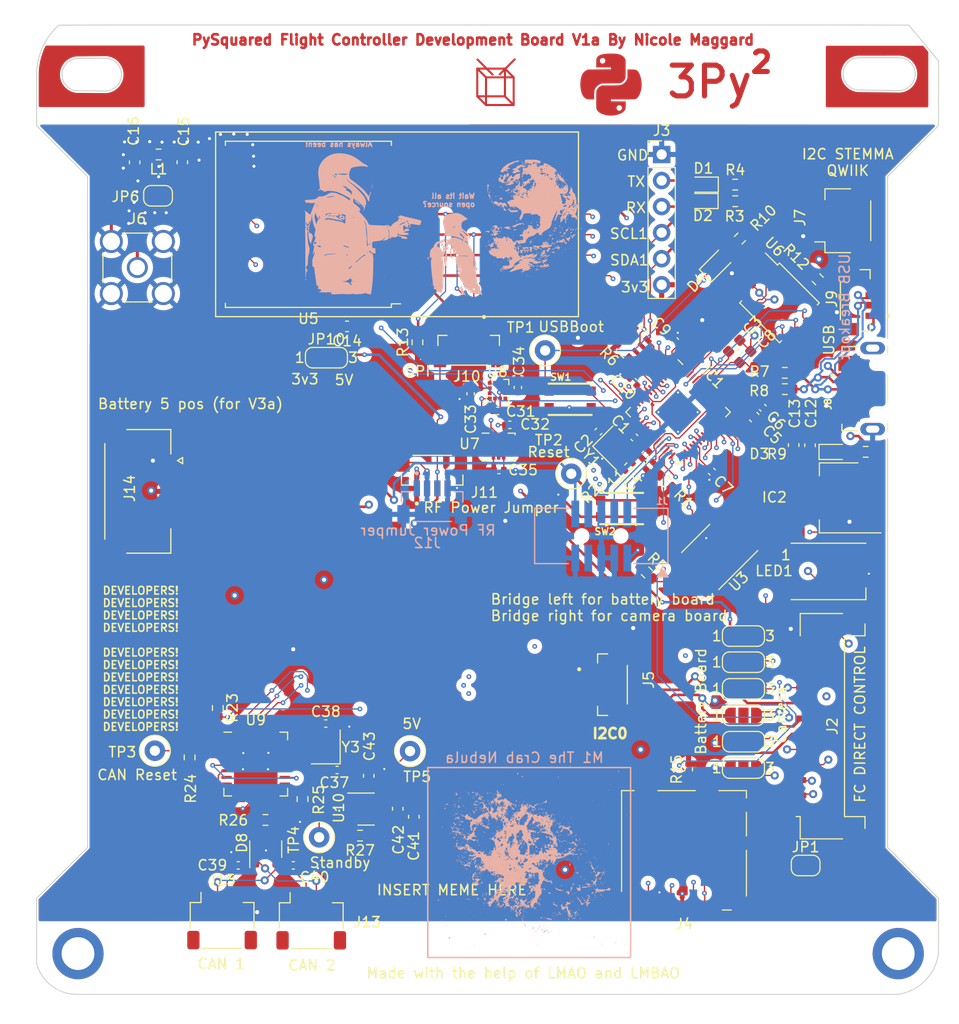
<source format=kicad_pcb>
(kicad_pcb (version 20221018) (generator pcbnew)
  (layers (0 "F.Cu" signal) (1 "In1.Cu" signal) (2 "In2.Cu" signal) (31 "B.Cu" signal) (34 "B.Paste" user) (35 "F.Paste" user) (36 "B.SilkS" user "B.Silkscreen") (37 "F.SilkS" user "F.Silkscreen") (38 "B.Mask" user) (39 "F.Mask" user) (44 "Edge.Cuts" user))
  (net 0 "")
  (net 1 "Net-(IC1-XIN)")
  (net 2 "Net-(C2-Pad2)")
  (net 3 "1.2V")
  (net 4 "GND")
  (net 5 "3.3V")
  (net 6 "VBUS")
  (net 7 "3v3 Spec")
  (net 8 "VCC_RF1")
  (net 9 "RF1_ANT")
  (net 10 "Net-(J6-In)")
  (net 11 "ENABLE_BURN {slash} D7")
  (net 12 "I2C_RESET {slash} D2")
  (net 13 "ENAB_RF {slash} D3")
  (net 14 "VBUS_RESET {slash} PC")
  (net 15 "BURN_RELAY_A {slash} VS")
  (net 16 "D4")
  (net 17 "D5")
  (net 18 "D6")
  (net 19 "D8")
  (net 20 "SPI0_CS1")
  (net 21 "D9")
  (net 22 "Net-(U8-C1)")
  (net 23 "Net-(D1-K)")
  (net 24 "TX")
  (net 25 "Net-(D2-K)")
  (net 26 "RX")
  (net 27 "Net-(D3-A)")
  (net 28 "/USBBOOT")
  (net 29 "Net-(D4-A)")
  (net 30 "SPI0_CS2")
  (net 31 "RF_VCC")
  (net 32 "SDA1")
  (net 33 "SCL1")
  (net 34 "SDA0")
  (net 35 "SCL0")
  (net 36 "D0")
  (net 37 "Net-(J2-Pin_1)")
  (net 38 "Net-(J2-Pin_6)")
  (net 39 "Net-(J2-Pin_7)")
  (net 40 "Net-(J2-Pin_8)")
  (net 41 "Net-(J2-Pin_10)")
  (net 42 "Net-(J2-Pin_11)")
  (net 43 "HS")
  (net 44 "FC_RESET")
  (net 46 "Net-(IC1-XOUT)")
  (net 47 "SWCLK")
  (net 48 "SWDIO")
  (net 49 "SPI0_MISO")
  (net 50 "SPI0_CS0")
  (net 51 "SPI0_SCK")
  (net 52 "SPI0_MOSI")
  (net 53 "RF1_RST")
  (net 54 "WDT_WDI")
  (net 55 "RF1_IO4")
  (net 56 "RF1_IO0")
  (net 57 "NEOPIX")
  (net 58 "Net-(U9-OSC2)")
  (net 59 "/D-")
  (net 60 "/D+")
  (net 61 "/QSPI_DATA[3]")
  (net 62 "/QSPI_SCK")
  (net 63 "/QSPI_DATA[0]")
  (net 64 "/QSPI_DATA[2]")
  (net 65 "/QSPI_DATA[1]")
  (net 66 "/QSPI_CS")
  (net 72 "Net-(U3-~{RESET})")
  (net 73 "Net-(U3-~{MR})")
  (net 93 "USB_D-")
  (net 94 "USB_D+")
  (net 96 "Net-(U9-OSC1)")
  (net 98 "CANL")
  (net 99 "CANH")
  (net 100 "Net-(U10-C-)")
  (net 101 "Net-(U10-C+)")
  (net 102 "+5V")
  (net 103 "Net-(U9-RESET)")
  (net 104 "Net-(U9-STBY)")
  (net 105 "Net-(U10-*SHDN)")
  (net 106 "TXCAN")
  (net 107 "RXCAN")
  (footprint "Jumper:SolderJumper-3_P1.3mm_Open_RoundedPad1.0x1.5mm_NumberLabels" (layer "F.Cu") (at 212.31 107.14)
    (fp_text reference "JP7" hide)
    (fp_text value "Jumper_3_Open")
  )
  (footprint "Capacitor_SMD:C_0402_1005Metric" (layer "F.Cu") (at 202.74 89.45 -135)
    (fp_text reference "C11")
    (fp_text value "100nf")
  )
  (footprint "Capacitor_SMD:C_0603_1608Metric" (layer "F.Cu") (at 217.21 88.52 90)
    (fp_text reference "C13")
    (fp_text value "22uF")
  )
  (footprint "Resistor_SMD:R_0603_1608Metric" (layer "F.Cu") (at 216.345 81.48)
    (fp_text reference "R7")
    (fp_text value "22")
  )
  (footprint "Resistor_SMD:R_0402_1005Metric" (layer "F.Cu") (at 206.96 120.14 90)
    (fp_text reference "R15")
    (fp_text value "10k")
  )
  (footprint "Connector_Coaxial:SMA_Amphenol_901-144_Vertical" (layer "F.Cu") (at 153.17 71.21)
    (fp_text reference "J6")
    (fp_text value "Conn_Coaxial" hide)
  )
  (footprint "TestPoint:TestPoint_Loop_D1.80mm_Drill1.0mm_Beaded" (layer "F.Cu") (at 154.88 118.32)
    (fp_text reference "TP3")
    (fp_text value "RESET")
  )
  (footprint "Connector_JST:JST_SH_SM04B-SRSS-TB_1x04-1MP_P1.00mm_Horizontal" (layer "F.Cu") (at 161.44 134.905)
    (fp_text reference "J15")
    (fp_text value "Breakout")
  )
  (footprint "TestPoint:TestPoint_Loop_D1.80mm_Drill1.0mm_Beaded" (layer "F.Cu") (at 179.78 118.36)
    (fp_text reference "TP5")
    (fp_text value "5V")
  )
  (footprint "Capacitor_SMD:C_0603_1608Metric" (layer "F.Cu") (at 152.91 60.96 -90)
    (fp_text reference "C16")
    (fp_text value "DNI")
  )
  (footprint "Package_TO_SOT_SMD:SOT-223" (layer "F.Cu") (at 221.63 93.67 180)
    (fp_text reference "IC2")
    (fp_text value "AZ1117CH-3.3TRG1")
  )
  (footprint "FC_DEV_BOARD:JST_BM04B-SRSS-TB(LF)(SN)" (layer "F.Cu") (at 222.47 74.42 90)
    (fp_text reference "J9")
    (fp_text value "BM04B-SRSS-TB(LF)(SN)")
  )
  (footprint "Resistor_SMD:R_0603_1608Metric" (layer "F.Cu") (at 161.02 114.15 -90)
    (fp_text reference "R23")
    (fp_text value "10k")
  )
  (footprint "Capacitor_SMD:C_0402_1005Metric" (layer "F.Cu") (at 203.12 90.51 45)
    (fp_text reference "C4")
    (fp_text value "100nf")
  )
  (footprint "LED_SMD:LED_0603_1608Metric" (layer "F.Cu") (at 208.37 63.13 180)
    (fp_text reference "D1")
    (fp_text value "LED")
  )
  (footprint "Resistor_SMD:R_Array_Convex_4x0603" (layer "F.Cu") (at 201.457868 78.494924 135)
    (fp_text reference "R6")
    (fp_text value "10k")
  )
  (footprint "Capacitor_SMD:C_0603_1608Metric" (layer "F.Cu") (at 218.81 88.54 90)
    (fp_text reference "C12")
    (fp_text value "10uF")
  )
  (footprint "LED_SMD:LED_0603_1608Metric" (layer "F.Cu") (at 221.17 89.19)
    (fp_text reference "D3")
    (fp_text value "LED")
  )
  (footprint "FC_DEV_BOARD:BTN_KMR2_4.6X2.8" (layer "F.Cu") (at 200.43 94.71)
    (fp_text reference "SW2")
    (fp_text value "KMR2")
  )
  (footprint "Capacitor_SMD:C_0402_1005Metric" (layer "F.Cu") (at 189.52 86.55)
    (fp_text reference "C32")
    (fp_text value "100nf")
  )
  (footprint "LOGO" (layer "F.Cu") (at 199.374384 53.975466)
    (fp_text reference "G***" hide)
    (fp_text value "LOGO" hide)
  )
  (footprint "Capacitor_SMD:C_0402_1005Metric" (layer "F.Cu") (at 190.3 82.91 -90)
    (fp_text reference "C34")
    (fp_text value "100nf")
  )
  (footprint "Resistor_SMD:R_0603_1608Metric" (layer "F.Cu") (at 155.24 60.19 180)
    (fp_text reference "L1")
    (fp_text value "DNI")
  )
  (footprint "Capacitor_SMD:C_0603_1608Metric" (layer "F.Cu") (at 211.401992 78.848008 45)
    (fp_text reference "C3")
    (fp_text value "1uF")
  )
  (footprint "FC_DEV_BOARD:JST_BM04B-SRSS-TB(LF)(SN)" (layer "F.Cu") (at 185.5 80.03 180)
    (fp_text reference "J10")
    (fp_text value "BM04B-SRSS-TB(LF)(SN)")
  )
  (footprint "Resistor_SMD:R_0402_1005Metric" (layer "F.Cu") (at 201.1 90.63 -135)
    (fp_text reference "R2")
    (fp_text value "1k")
  )
  (footprint "Jumper:SolderJumper-3_P1.3mm_Open_RoundedPad1.0x1.5mm_NumberLabels" (layer "F.Cu") (at 212.31 114.87)
    (fp_text reference "JP9" hide)
    (fp_text value "Jumper_3_Open")
  )
  (footprint "Crystal:Crystal_SMD_2520-4Pin_2.5x2.0mm" (layer "F.Cu") (at 199.756307 88.816256 -45)
    (fp_text reference "Y1")
    (fp_text value "12MHZ")
  )
  (footprint "LOGO" (layer "F.Cu") (at 199.374384 53.975466)
    (fp_text reference "G***" hide)
    (fp_text value "LOGO" hide)
  )
  (footprint "Capacitor_SMD:C_0603_1608Metric" (layer "F.Cu") (at 212.48 79.92 45)
    (fp_text reference "C8")
    (fp_text value "1uF")
  )
  (footprint "Capacitor_SMD:C_0402_1005Metric" (layer "F.Cu") (at 201.57 82.35 135)
    (fp_text reference "C10")
    (fp_text value "100nf")
  )
  (footprint "Capacitor_SMD:C_0402_1005Metric" (layer "F.Cu") (at 163.02 129.5 180)
    (fp_text reference "C39")
    (fp_text value "47pf")
  )
  (footprint "TestPoint:TestPoint_Loop_D1.80mm_Drill1.0mm_Beaded" (layer "F.Cu") (at 170.91 126.76)
    (fp_text reference "TP4")
    (fp_text value "Standby")
  )
  (footprint "FC_DEV_BOARD:MOLEX_5040500591" (layer "F.Cu") (at 153.22 93.035 90)
    (fp_text reference "J14")
    (fp_text value "Battery")
  )
  (footprint "Jumper:SolderJumper-2_P1.3mm_Open_RoundedPad1.0x1.5mm" (layer "F.Cu") (at 218.38 129.51)
    (fp_text reference "JP1")
    (fp_text value "SolderJumper_2_Open")
  )
  (footprint "Crystal:Crystal_SMD_2520-4Pin_2.5x2.0mm" (layer "F.Cu") (at 171.56 117.95 90)
    (fp_text reference "Y3")
    (fp_text value "16MHZ 12 pf")
  )
  (footprint "Package_TO_SOT_SMD:SOT-23-6" (layer "F.Cu") (at 175.4875 124.01)
    (fp_text reference "U10")
    (fp_text value "AP3602AKTR-G1")
  )
  (footprint "" (layer "F.Cu") (at 227.4144 138.1)
    (fp_text reference "")
    (fp_text value "")
  )
  (footprint "" (layer "F.Cu") (at 147.381083 138.1)
    (fp_text reference "")
    (fp_text value "")
  )
  (footprint "Capacitor_SMD:C_0603_1608Metric" (layer "F.Cu") (at 157.56 60.95 -90)
    (fp_text reference "C15")
    (fp_text value "DNI")
  )
  (footprint "Package_TO_SOT_SMD:SOT-23-3" (layer "F.Cu") (at 165.7 127.91 90)
    (fp_text reference "D8")
    (fp_text value "PESD1CAN")
  )
  (footprint "Resistor_SMD:R_0603_1608Metric" (layer "F.Cu") (at 219.56 72.36 135)
    (fp_text reference "R12")
    (fp_text value "10k")
  )
  (footprint "FC_DEV_BOARD:RFM98PW" (layer "F.Cu") (at 178.51 67.501499 180)
    (fp_text reference "U4" hide)
    (fp_text value "RFM98PW" hide)
  )
  (footprint "FC_DEV_BOARD:JST_BM04B-SRSS-TB(LF)(SN)" (layer "F.Cu") (at 200.28 111.88 -90)
    (fp_text reference "J5")
    (fp_text value "BM04B-SRSS-TB(LF)(SN)")
  )
  (footprint "Resistor_SMD:R_0603_1608Metric" (layer "F.Cu") (at 211.51 63.13)
    (fp_text reference "R4")
    (fp_text value "1k")
  )
  (footprint "TestPoint:TestPoint_Loop_D1.80mm_Drill1.0mm_Beaded" (layer "F.Cu") (at 195.51 91.32)
    (fp_text reference "TP2")
    (fp_text value "RESET")
  )
  (footprint "Package_LGA:LGA-14_3x2.5mm_P0.5mm_LayoutBorder3x4y" (layer "F.Cu") (at 188.42 88.72)
    (fp_text reference "U7")
    (fp_text value "LSM6DSOTR")
  )
  (footprint "Capacitor_SMD:C_0402_1005Metric" (layer "F.Cu") (at 198.16 87.21 -135)
    (fp_text reference "C2")
    (fp_text value "22pF")
  )
  (footprint "Jumper:SolderJumper-2_P1.3mm_Open_RoundedPad1.0x1.5mm" (layer "F.Cu") (at 155.19 64.22)
    (fp_text reference "JP6")
    (fp_text value "SolderJumper_2_Open")
  )
  (footprint "Capacitor_SMD:C_0603_1608Metric" (layer "F.Cu") (at 213.36 85.8 -45)
    (fp_text reference "C6")
    (fp_text value "1uF")
  )
  (footprint "Jumper:SolderJumper-3_P1.3mm_Open_RoundedPad1.0x1.5mm_NumberLabels" (layer "F.Cu") (at 212.31 109.69)
    (fp_text reference "JP5" hide)
    (fp_text value "Jumper_3_Open")
  )
  (footprint "Capacitor_SMD:C_0402_1005Metric" (layer "F.Cu") (at 205.65 78.39 135)
    (fp_text reference "C9")
    (fp_text value "100nf")
  )
  (footprint "FC_DEV_BOARD:JST_BM04B-SRSS-TB(LF)(SN)" (layer "F.Cu") (at 181.94 90.22)
    (fp_text reference "J11")
    (fp_text value "BM04B-SRSS-TB(LF)(SN)")
  )
  (footprint "Resistor_SMD:R_0603_1608Metric" (layer "F.Cu") (at 165.675 125.07)
    (fp_text reference "R26")
    (fp_text value "120")
  )
  (footprint "Capacitor_SMD:C_0603_1608Metric" (layer "F.Cu") (at 178.58 123.98 90)
    (fp_text reference "C42")
    (fp_text value "1uf")
  )
  (footprint "Jumper:SolderJumper-3_P1.3mm_Open_RoundedPad1.0x1.5mm_NumberLabels" (layer "F.Cu") (at 171.62 80)
    (fp_text reference "JP10")
    (fp_text value "Jumper_3_Open")
  )
  (footprint "Capacitor_SMD:C_0402_1005Metric" (layer "F.Cu") (at 172.66 120.2)
    (fp_text reference "C37")
    (fp_text value "22pf")
  )
  (footprint "Package_SO:SOIC-8_5.275x5.275mm_P1.27mm" (layer "F.Cu") (at 215.83 74.66 -45)
    (fp_text reference "U6")
    (fp_text value "W25Q128JV")
  )
  (footprint "LED_SMD:LED_0603_1608Metric" (layer "F.Cu") (at 208.35 64.73 180)
    (fp_text reference "D2")
    (fp_text value "LED")
  )
  (footprint "Capacitor_SMD:C_0402_1005Metric" (layer "F.Cu") (at 209.23 91.11 -45)
    (fp_text reference "C7")
    (fp_text value "100nf")
  )
  (footprint "Resistor_SMD:R_0603_1608Metric" (layer "F.Cu") (at 174.9 126.6 180)
    (fp_text reference "R27")
    (fp_text value "10k")
  )
  (footprint "Resistor_SMD:R_0603_1608Metric" (layer "F.Cu") (at 216.35 83.07)
    (fp_text reference "R8")
    (fp_text value "22")
  )
  (footprint "LED_SMD:LED_WS2812B_PLCC4_5.0x5.0mm_P3.2mm" (layer "F.Cu") (at 220.61 100.84)
    (fp_text reference "LED1")
    (fp_text value "WS2812B_SK6812_1515")
  )
  (footprint "Capacitor_SMD:C_0402_1005Metric" (layer "F.Cu") (at 201.67 87.78 -45)
    (fp_text reference "C1")
    (fp_text value "22pF")
  )
  (footprint "Capacitor_SMD:C_0603_1608Metric" (layer "F.Cu") (at 180.15 124.76 90)
    (fp_text reference "C41")
    (fp_text value "10uf")
  )
  (footprint "Diode_SMD:D_SOD-323F" (layer "F.Cu") (at 209.7425 70.86 45)
    (fp_text reference "D4")
    (fp_text value "NSR0320")
  )
  (footprint "Resistor_SMD:R_0603_1608Metric" (layer "F.Cu") (at 211.51 64.75)
    (fp_text reference "R3")
    (fp_text value "1k")
  )
  (footprint "Connector_Card:microSD_HC_Molex_104031-0811" (layer "F.Cu") (at 206.53 128.03 180)
    (fp_text reference "J4")
    (fp_text value "104031-0811")
  )
  (footprint "Resistor_SMD:R_0603_1608Metric" (layer "F.Cu") (at 204.74 92.05 135)
    (fp_text reference "R1")
    (fp_text value "10k")
  )
  (footprint "Connector_JST:JST_SH_SM04B-SRSS-TB_1x04-1MP_P1.00mm_Horizontal" (layer "F.Cu") (at 222.05 66.65 90)
    (fp_text reference "J7")
    (fp_text value "Breakout")
  )
  (footprint "Resistor_SMD:R_0603_1608Metric" (layer "F.Cu") (at 169.29 123.03 90)
    (fp_text reference "R25")
    (fp_text value "10k")
  )
  (footprint "Capacitor_SMD:C_0402_1005Metric" (layer "F.Cu") (at 168.39 129.5 180)
    (fp_text reference "C40")
    (fp_text value "47pf")
  )
  (footprint "Capacitor_SMD:C_0603_1608Metric" (layer "F.Cu") (at 175.75 120.77 -90)
    (fp_text reference "C43")
    (fp_text value "10uf")
  )
  (footprint "Package_DFN_QFN:QFN-56-1EP_7x7mm_P0.4mm_EP3.2x3.2mm_ThermalVias" (layer "F.Cu") (at 205.93 85.31 -45)
    (fp_text reference "IC1")
    (fp_text value "RP2040_QFN56")
  )
  (footprint "Capacitor_SMD:C_0402_1005Metric" (layer "F.Cu") (at 188.34 85.19)
    (fp_text reference "C31")
    (fp_text value "220nf")
  )
  (footprint "RF_Module:HOPERF_RFM9XW_SMD" (layer "F.Cu") (at 169.86 67 180)
    (fp_text reference "U5")
    (fp_text value "RFM9xBreakout")
  )
  (footprint "Jumper:SolderJumper-3_P1.3mm_Open_RoundedPad1.0x1.5mm_NumberLabels" (layer "F.Cu") (at 212.31 120.01)
    (fp_text reference "JP3" hide)
    (fp_text value "Jumper_3_Open")
  )
  (footprint "Capacitor_SMD:C_0402_1005Metric" (layer "F.Cu") (at 214.199411 84.879411 135)
    (fp_text reference "C5")
    (fp_text value "100nf")
  )
  (footprint "Resistor_SMD:R_0603_1608Metric" (layer "F.Cu") (at 158.27 118.97 90)
    (fp_text reference "R24")
    (fp_text value "10k")
  )
  (footprint "Package_LGA:LGA-12_2x2mm_P0.5mm" (layer "F.Cu") (at 188.32 83.22)
    (fp_text reference "U8")
    (fp_text value "LSM303AGRTR")
  )
  (footprint "Connector_JST:JST_SH_SM04B-SRSS-TB_1x04-1MP_P1.00mm_Horizontal" (layer "F.Cu") (at 170.14 134.93)
    (fp_text reference "J13")
    (fp_text value "Breakout")
  )
  (footprint "FC_DEV_BOARD:BTN_KMR2_4.6X2.8" (layer "F.Cu") (at 195.4 84.06)
    (fp_text reference "SW1")
    (fp_text value "KMR2")
  )
  (footprint "Capacitor_SMD:C_0603_1608Metric" (layer "F.Cu") (at 173.63 76.95 180)
    (fp_text reference "C14")
    (fp_text value "10uF")
  )
  (footprint "Capacitor_SMD:C_0402_1005Metric" (layer "F.Cu") (at 171.56 115.67)
    (fp_text reference "C38")
    (fp_text value "22pf")
  )
  (footprint "Package_DFN_QFN:QFN-28-1EP_6x6mm_P0.65mm_EP4.25x4.25mm" (layer "F.Cu") (at 164.7225 119.62)
    (fp_text reference "U9")
    (fp_text value "MCP25625-E/ML")
  )
  (footprint "Connector_Molex:Molex_Pico-Lock_504050-1291_1x12-1MP_P1.50mm_Horizontal" (layer "F.Cu") (at 220.745 115.93 90)
    (fp_text reference "J2")
    (fp_text value "FC to EPS Connector" hide)
  )
  (footprint "Capacitor_SMD:C_0402_1005Metric" (layer "F.Cu") (at 185.69 83.52 -90)
    (fp_text reference "C33")
    (fp_text value "100nf")
  )
  (footprint "TestPoint:TestPoint_Loop_D1.80mm_Drill1.0mm_Beaded" (layer "F.Cu") (at 192.96 79.3)
    (fp_text reference "TP1")
    (fp_text value "USBBOOT")
  )
  (footprint "Resistor_SMD:R_0603_1608Metric" (layer "F.Cu") (at 202.88 100.94 -45)
    (fp_text reference "R5")
    (fp_text value "10k")
  )
  (footprint "Jumper:SolderJumper-3_P1.3mm_Open_RoundedPad1.0x1.5mm_NumberLabels" (layer "F.Cu") (at 212.31 112.29)
    (fp_text reference "JP8" hide)
    (fp_text value "Jumper_3_Open")
  )
  (footprint "Jumper:SolderJumper-3_P1.3mm_Open_RoundedPad1.0x1.5mm_NumberLabels" (layer "F.Cu") (at 212.32 117.44)
    (fp_text reference "JP4" hide)
    (fp_text value "Jumper_3_Open")
  )
  (footprint "Package_SO:SO-8_3.9x4.9mm_P1.27mm" (layer "F.Cu") (at 209.46 99.43 -135)
    (fp_text reference "U3")
    (fp_text value "MAX706RESA")
  )
  (footprint "Resistor_SMD:R_0603_1608Metric" (layer "F.Cu") (at 211.97 68.39 -135)
    (fp_text reference "R10")
    (fp_text value "1k")
  )
  (footprint "FC_DEV_BOARD:MOLEX_105164-0001" (layer "F.Cu") (at 226.37 83.02 90)
    (fp_text reference "J8")
    (fp_text value "USB_B_Micro")
    (fp_line (start -4.9 0) (end -3.4 0) (stroke (width 0.01)) (layer "Edge.Cuts"))
    (fp_line (start -3.4 0) (end -2.825 -0.5) (stroke (width 0.01)) (layer "Edge.Cuts"))
    (fp_line (start -2.825 -1.15) (end -2.825 -0.5) (stroke (width 0.01)) (layer "Edge.Cuts"))
    (fp_line (start -1.925 -1.15) (end -1.925 -0.5) (stroke (width 0.01)) (layer "Edge.Cuts"))
    (fp_line (start 0.00053 0.004943) (end -1.29947 0.004943) (stroke (width 0.01)) (layer "Edge.Cuts"))
    (fp_line (start 0.00053 0.004943) (end 1.3 0) (stroke (width 0.01)) (layer "Edge.Cuts"))
    (fp_line (start 1.925 -1.15) (end 1.925 -0.5) (stroke (width 0.01)) (layer "Edge.Cuts"))
    (fp_line (start 2.825 -1.15) (end 2.825 -0.5) (stroke (width 0.01)) (layer "Edge.Cuts"))
    (fp_line (start 3.4 0) (end 2.825 -0.5) (stroke (width 0.01)) (layer "Edge.Cuts"))
    (fp_line (start 4.9 0) (end 3.4 0) (stroke (width 0.01)) (layer "Edge.Cuts"))
    (fp_arc (start -2.825 -1.15) (mid -2.375 -1.6) (end -1.925 -1.15) (stroke (width 0.01)) (layer "Edge.Cuts"))
    (fp_arc (start -1.29947 0.004943) (mid -1.716881 -0.117891) (end -1.924999 -0.5) (stroke (width 0.01)) (layer "Edge.Cuts"))
    (fp_arc (start 1.925 -1.15) (mid 2.375 -1.6) (end 2.825 -1.15) (stroke (width 0.01)) (layer "Edge.Cuts"))
    (fp_arc (start 1.925529 -0.504943) (mid 1.717412 -0.122833) (end 1.3 0) (stroke (width 0.01)) (layer "Edge.Cuts"))
  )
  (footprint "Resistor_SMD:R_0603_1608Metric" (layer "F.Cu") (at 180.5 78.5 90)
    (fp_text reference "R13")
    (fp_text value "10k")
  )
  (footprint "Connector_PinHeader_2.54mm:PinHeader_1x06_P2.54mm_Vertical" (layer "F.Cu") (at 204.33 60.19)
    (fp_text reference "J3")
    (fp_text value "Life Makes Lemonade")
  )
  (footprint "Capacitor_SMD:C_0402_1005Metric" (layer "F.Cu") (at 188.45 90.95)
    (fp_text reference "C35")
    (fp_text value "100nf")
  )
  (footprint "Resistor_SMD:R_0603_1608Metric" (layer "F.Cu") (at 224.24 89.18 180)
    (fp_text reference "R9")
    (fp_text value "10k")
  )
  (footprint "FC_DEV_BOARD:JTAG_2X05_1.27MM_BOX_NOCREAM" (layer "B.Cu") (at 198.44 97.38 180)
    (fp_text reference "J1")
    (fp_text value "Conn_ARM_JTAG_SWD_10")
  )
  (footprint "LOGO" (layer "B.Cu") (at 183.91 66.54 180)
    (fp_text reference "G***" hide)
    (fp_text value "LOGO" hide)
  )
  (footprint "LOGO" (layer "B.Cu") (at 190.96 128.61 180)
    (fp_text reference "G***" hide)
    (fp_text value "LOGO" hide)
  )
  (footprint "FC_DEV_BOARD:JST_BM04B-SRSS-TB(LF)(SN)" (layer "B.Cu") (at 181.94 95.2725)
    (fp_text reference "J12")
    (fp_text value "BM04B-SRSS-TB(LF)(SN)")
  )
  (gr_line (start 187.19 55.37) (end 186.34 54.52) (stroke (width 0.2)) (layer "F.Cu"))
  (gr_line (start 189.04 51.82) (end 189.89 52.67) (stroke (width 0.2)) (layer "F.Cu"))
  (gr_line (start 187.84 52.41) (end 186.36 50.93) (stroke (width 0.2)) (layer "F.Cu"))
  (gr_line (start 186.34 54.52) (end 189.04 54.52) (stroke (width 0.2)) (layer "F.Cu"))
  (gr_line (start 187.19 52.67) (end 187.19 55.37) (stroke (width 0.2)) (layer "F.Cu"))
  (gr_line (start 189.89 52.67) (end 187.19 52.67) (stroke (width 0.2)) (layer "F.Cu"))
  (gr_line (start 189.04 51.82) (end 186.34 51.82) (stroke (width 0.2)) (layer "F.Cu"))
  (gr_line (start 188.52 52.39) (end 189.99 50.92) (stroke (width 0.2)) (layer "F.Cu"))
  (gr_line (start 189.04 54.52) (end 189.04 51.82) (stroke (width 0.2)) (layer "F.Cu"))
  (gr_line (start 186.34 54.52) (end 186.34 51.82) (stroke (width 0.2)) (layer "F.Cu"))
  (gr_line (start 186.34 51.82) (end 187.19 52.67) (stroke (width 0.2)) (layer "F.Cu"))
  (gr_line (start 187.19 55.37) (end 189.89 55.37) (stroke (width 0.2)) (layer "F.Cu"))
  (gr_line (start 189.04 54.52) (end 189.89 55.37) (stroke (width 0.2)) (layer "F.Cu"))
  (gr_line (start 189.89 55.37) (end 189.89 52.67) (stroke (width 0.2)) (layer "F.Cu"))
  (gr_rect (start 181.51 119.96) (end 201.3 138.48) (stroke (width 0.15)) (fill none) (layer "B.SilkS"))
  (gr_line (start 147.266164 53.978713) (end 150.016362 54.003722) (stroke (width 0.1)) (layer "Edge.Cuts"))
  (gr_line (start 197.601362 47.563722) (end 223.001362 47.563722) (stroke (width 0.1)) (layer "Edge.Cuts"))
  (gr_arc (start 143.3432 52.5744) (mid 143.878092 49.844486) (end 145.50672 47.589245) (stroke (width 0.1)) (layer "Edge.Cuts"))
  (gr_arc (start 150.016362 50.803722) (mid 151.616378 52.403722) (end 150.016362 54.003722) (stroke (width 0.1)) (layer "Edge.Cuts"))
  (gr_arc (start 223.616362 53.903722) (mid 222.041575 52.303731) (end 223.666337 50.754515) (stroke (width 0.1)) (layer "Edge.Cuts"))
  (gr_line (start 143.3432 134) (end 143.3432 132.71) (stroke (width 0.1)) (layer "Edge.Cuts"))
  (gr_line (start 143.3432 139.0744) (end 143.3432 134) (stroke (width 0.1)) (layer "Edge.Cuts"))
  (gr_line (start 147.316139 50.829506) (end 150.016362 50.803722) (stroke (width 0.1)) (layer "Edge.Cuts"))
  (gr_line (start 143.3432 57.38) (end 143.3432 52.5744) (stroke (width 0.1)) (layer "Edge.Cuts"))
  (gr_line (start 145.50672 47.589245) (end 149.976362 47.563722) (stroke (width 0.1)) (layer "Edge.Cuts"))
  (gr_line (start 231.3432 133.532) (end 231.3432 132.71) (stroke (width 0.1)) (layer "Edge.Cuts"))
  (gr_line (start 227.3432 142.0744) (end 147.3432 142.0744) (stroke (width 0.1)) (layer "Edge.Cuts"))
  (gr_line (start 223.001362 47.563722) (end 228.441362 47.578722) (stroke (width 0.1)) (layer "Edge.Cuts"))
  (gr_arc (start 227.466362 50.753722) (mid 229.066378 52.353722) (end 227.466362 53.953722) (stroke (width 0.1)) (layer "Edge.Cuts"))
  (gr_arc (start 147.266164 53.978713) (mid 145.821876 52.380794) (end 147.316139 50.829506) (stroke (width 0.1)) (layer "Edge.Cuts"))
  (gr_line (start 231.3432 132.71) (end 226.37 127.7368) (stroke (width 0.1)) (layer "Edge.Cuts"))
  (gr_arc (start 147.3432 142.0744) (mid 144.830806 141.257591) (end 143.3432 139.0744) (stroke (width 0.1)) (layer "Edge.Cuts"))
  (gr_line (start 197.601362 47.563722) (end 196.4436 47.563722) (stroke (width 0.1)) (layer "Edge.Cuts"))
  (gr_line (start 143.3432 132.71) (end 148.32 127.7332) (stroke (width 0.1)) (layer "Edge.Cuts"))
  (gr_line (start 185.536362 47.563722) (end 149.976362 47.563722) (stroke (width 0.1)) (layer "Edge.Cuts"))
  (gr_line (start 185.536362 47.563722) (end 186.8932 47.563722) (stroke (width 0.1)) (layer "Edge.Cuts"))
  (gr_line (start 186.8932 47.563722) (end 196.4436 47.563722) (stroke (width 0.1)) (layer "Edge.Cuts"))
  (gr_line (start 223.616362 53.903722) (end 227.466362 53.953722) (stroke (width 0.1)) (layer "Edge.Cuts"))
  (gr_line (start 143.3432 57.38) (end 148.32 62.3568) (stroke (width 0.1)) (layer "Edge.Cuts"))
  (gr_line (start 226.37 87.92) (end 226.37 127.7368) (stroke (width 0.1)) (layer "Edge.Cuts"))
  (gr_line (start 231.3432 57.38) (end 226.37 62.3532) (stroke (width 0.1)) (layer "Edge.Cuts"))
  (gr_line (start 231.3432 56.345522) (end 231.3432 57.38) (stroke (width 0.1)) (layer "Edge.Cuts"))
  (gr_line (start 226.37 78.12) (end 226.37 62.3532) (stroke (width 0.1)) (layer "Edge.Cuts"))
  (gr_line (start 231.3432 56.345522) (end 231.3432 51.0744) (stroke (width 0.1)) (layer "Edge.Cuts"))
  (gr_line (start 228.441362 47.578722) (end 231.3432 51.0744) (stroke (width 0.1)) (layer "Edge.Cuts"))
  (gr_line (start 231.3432 133.532) (end 231.3432 138.0744) (stroke (width 0.1)) (layer "Edge.Cuts"))
  (gr_line (start 227.466362 50.753722) (end 223.666337 50.754515) (stroke (width 0.1)) (layer "Edge.Cuts"))
  (gr_line (start 148.32 127.7332) (end 148.32 62.3568) (stroke (width 0.1)) (layer "Edge.Cuts"))
  (gr_arc (start 231.3432 138.0744) (mid 230.019606 140.750806) (end 227.3432 142.0744) (stroke (width 0.1)) (layer "Edge.Cuts"))
  (gr_text "2" (at 214.07 51.2) (layer "F.Cu") (effects (font (size 2 2) (thickness 0.5))))
  (gr_text "3Py" (at 209.01 53.12) (layer "F.Cu") (effects (font (size 3 3) (thickness 0.5))))
  (gr_text "PySquared Flight Controller Development Board V1a By Nicole Maggard" (at 185.92 49.6) (layer "F.Cu") (effects (font (size 1 1) (thickness 0.25) bold) (justify bottom)))
  (gr_text "M1 The Crab Nebula" (at 198.77 119.58) (layer "B.SilkS") (effects (font (size 1 1)) (justify left bottom mirror)))
  (gr_text "USB Breakout" (at 222.765 69.76 90) (layer "B.SilkS") (effects (font (size 1 1)) (justify left bottom mirror)))
  (gr_text "RF Power Jumper" (at 188.23 97.42) (layer "B.SilkS") (effects (font (size 1 1)) (justify left bottom mirror)))
  (gr_text "Always has been!" (at 176.18 59.48) (layer "B.SilkS") (effects (font (size 0.5 0.5) (thickness 0.125)) (justify left bottom mirror)))
  (gr_text "Wait its all\nopen source?" (at 186.18 65.34) (layer "B.SilkS") (effects (font (size 0.5 0.5) (thickness 0.125)) (justify left bottom mirror)))
  (gr_text "3v3" (at 168.09 82.68) (layer "F.SilkS") (effects (font (size 1 1)) (justify left bottom)))
  (gr_text "DEVELOPERS!\nDEVELOPERS!\nDEVELOPERS!\nDEVELOPERS!\n\nDEVELOPERS!\nDEVELOPERS!\nDEVELOPERS!\nDEVELOPERS!\nDEVELOPERS!\nDEVELOPERS!\nDEVELOPERS!" (at 149.71 116.43) (layer "F.SilkS") (effects (font (size 0.75 0.75)) (justify left bottom)))
  (gr_text "CAN 2" (at 167.8 139.82) (layer "F.SilkS") (effects (font (size 1 1)) (justify left bottom)))
  (gr_text "SDA1" (at 199.19 71.08) (layer "F.SilkS") (effects (font (size 1 1)) (justify left bottom)))
  (gr_text "SCL1" (at 199.18 68.5) (layer "F.SilkS") (effects (font (size 1 1)) (justify left bottom)))
  (gr_text "I2C0" (at 197.44 117.23) (layer "F.SilkS") (effects (font (size 1 1) (thickness 0.25) bold) (justify left bottom)))
  (gr_text "I2C STEMMA\nQWIIK" (at 222.49 62.35) (layer "F.SilkS") (effects (font (size 1 1)) (justify bottom)))
  (gr_text "RF Power Jumper" (at 181 95.2) (layer "F.SilkS") (effects (font (size 1 1)) (justify left bottom)))
  (gr_text "GND" (at 199.87 60.85) (layer "F.SilkS") (effects (font (size 1 1)) (justify left bottom)))
  (gr_text "3v3" (at 200.27 73.71) (layer "F.SilkS") (effects (font (size 1 1)) (justify left bottom)))
  (gr_text "Made with the help of LMAO and LMBAO" (at 175.44 140.58) (layer "F.SilkS") (effects (font (size 1 1)) (justify left bottom)))
  (gr_text "FC DIRECT CONTROL" (at 224.27 123.48 90) (layer "F.SilkS") (effects (font (size 1 1)) (justify left bottom)))
  (gr_text "Bridge left for battery board\nBridge right for camera board" (at 187.56 105.75) (layer "F.SilkS") (effects (font (size 1 1)) (justify left bottom)))
  (gr_text "RX" (at 200.74 65.97) (layer "F.SilkS") (effects (font (size 1 1)) (justify left bottom)))
  (gr_text "5V" (at 172.34 82.76) (layer "F.SilkS") (effects (font (size 1 1)) (justify left bottom)))
  (gr_text "Reset" (at 191.15 89.79) (layer "F.SilkS") (effects (font (size 1 1)) (justify left bottom)))
  (gr_text "Standby" (at 169.9 129.82) (layer "F.SilkS") (effects (font (size 1 1)) (justify left bottom)))
  (gr_text "INSERT MEME HERE" (at 176.45 132.49) (layer "F.SilkS") (effects (font (size 1 1)) (justify left bottom)))
  (gr_text "USB" (at 221.25 79.87 90) (layer "F.SilkS") (effects (font (size 1 1)) (justify left bottom)))
  (gr_text "CAN 1" (at 158.95 139.69) (layer "F.SilkS") (effects (font (size 1 1)) (justify left bottom)))
  (gr_text "Camera" (at 216.58 117.74 90) (layer "F.SilkS") (effects (font (size 1 1)) (justify left bottom)))
  (gr_text "Battery 5 pos (for V3a)" (at 149.23 85.09) (layer "F.SilkS") (effects (font (size 1 1)) (justify left bottom)))
  (gr_text "USBBoot" (at 192.21 77.57) (layer "F.SilkS") (effects (font (size 1 1)) (justify left bottom)))
  (gr_text "TX" (at 200.9 63.42) (layer "F.SilkS") (effects (font (size 1 1)) (justify left bottom)))
  (gr_text "CAN Reset" (at 149.17 121.26) (layer "F.SilkS") (effects (font (size 1 1)) (justify left bottom)))
  (gr_text "Battery Board" (at 208.75 118.8 90) (layer "F.SilkS") (effects (font (size 1 1)) (justify left bottom)))
  (gr_text "SPI" (at 179.23 81.91) (layer "F.SilkS") (effects (font (size 1 1)) (justify left bottom)))
  (gr_text "5V" (at 178.94 116.28) (layer "F.SilkS") (effects (font (size 1 1)) (justify left bottom)))
  (segment (start 201.690589 88.119411) (end 200.87 88.94) (width 0.127) (layer "F.Cu") (net 1))
  (segment (start 203.075056 87.316415) (end 202.27206 88.119411) (width 0.127) (layer "F.Cu") (net 1))
  (segment (start 202.27206 88.119411) (end 202.009411 88.119411) (width 0.127) (layer "F.Cu") (net 1))
  (segment (start 202.009411 88.119411) (end 201.690589 88.119411) (width 0.127) (layer "F.Cu") (net 1))
  (segment (start 198.752709 90.990624) (end 198.0365 90.274415) (width 0.127) (layer "F.Cu") (net 2))
  (segment (start 200.739376 90.990624) (end 198.752709 90.990624) (width 0.127) (layer "F.Cu") (net 2))
  (segment (start 198.642614 88.692512) (end 197.820589 87.870487) (width 0.127) (layer "F.Cu") (net 2))
  (segment (start 198.0365 89.298626) (end 198.642614 88.692512) (width 0.127) (layer "F.Cu") (net 2))
  (segment (start 197.820589 87.870487) (end 197.820589 87.549411) (width 0.127) (layer "F.Cu") (net 2))
  (segment (start 198.0365 90.274415) (end 198.0365 89.298626) (width 0.127) (layer "F.Cu") (net 2))
  (segment (start 208.219258 82.737899) (end 207.879242 83.077915) (width 0.127) (layer "F.Cu") (net 3))
  (segment (start 209.633472 84.152113) (end 209.973489 83.812096) (width 0.127) (layer "F.Cu") (net 3))
  (segment (start 208.219258 82.737899) (end 210.853984 80.103173) (width 0.127) (layer "F.Cu") (net 3))
  (segment (start 208.902129 84.492129) (end 209.293456 84.492129) (width 0.127) (layer "F.Cu") (net 3))
  (segment (start 206.043758 87.836242) (end 209.293455 84.586545) (width 0.127) (layer "F.Cu") (net 3))
  (segment (start 209.973489 83.812096) (end 213.132096 83.812096) (width 0.127) (layer "F.Cu") (net 3))
  (segment (start 210.853984 80.103173) (end 210.853984 79.396016) (width 0.127) (layer "F.Cu") (net 3))
  (segment (start 203.769411 89.860589) (end 203.459411 90.170589) (width 0.127) (layer "F.Cu") (net 3))
  (segment (start 203.769411 89.002134) (end 203.769411 89.860589) (width 0.127) (layer "F.Cu") (net 3))
  (segment (start 203.583568 88.816291) (end 203.769411 89.002134) (width 0.127) (layer "F.Cu") (net 3))
  (segment (start 209.293455 84.49213) (end 209.633472 84.152113) (width 0.127) (layer "F.Cu") (net 3))
  (segment (start 205.716242 87.836242) (end 206.043758 87.836242) (width 0.127) (layer "F.Cu") (net 3))
  (segment (start 207.879242 83.469242) (end 208.902129 84.492129) (width 0.127) (layer "F.Cu") (net 3))
  (segment (start 203.923585 88.164944) (end 203.583568 88.504961) (width 0.127) (layer "F.Cu") (net 3))
  (segment (start 204.684416 87.404113) (end 205.284113 87.404113) (width 0.127) (layer "F.Cu") (net 3))
  (segment (start 209.293455 84.586545) (end 209.293455 84.49213) (width 0.127) (layer "F.Cu") (net 3))
  (segment (start 203.583568 88.504961) (end 203.583568 88.816291) (width 0.127) (layer "F.Cu") (net 3))
  (segment (start 213.132096 83.812096) (end 213.86 84.54) (width 0.127) (layer "F.Cu") (net 3))
  (segment (start 209.293456 84.492129) (end 209.633472 84.152113) (width 0.127) (layer "F.Cu") (net 3))
  (segment (start 205.284113 87.404113) (end 205.716242 87.836242) (width 0.127) (layer "F.Cu") (net 3))
  (segment (start 203.923585 88.164944) (end 204.684416 87.404113) (width 0.127) (layer "F.Cu") (net 3))
  (segment (start 207.879242 83.077915) (end 207.879242 83.469242) (width 0.127) (layer "F.Cu") (net 3))
  (segment (start 188.93 89.6425) (end 188.92 89.6325) (width 0.127) (layer "F.Cu") (net 4))
  (segment (start 214.538822 85.218822) (end 214.538822 85.717194) (width 0.127) (layer "F.Cu") (net 4))
  (segment (start 173.14 120.2) (end 175.545 120.2) (width 0.127) (layer "F.Cu") (net 4))
  (segment (start 209.933762 96.262163) (end 209.933761 96.336239) (width 0.25) (layer "F.Cu") (net 4))
  (segment (start 205.419411 78.050589) (end 205.9 77.57) (width 0.127) (layer "F.Cu") (net 4))
  (segment (start 164.55 61.34) (end 164.55 60.4) (width 0.25) (layer "F.Cu") (net 4))
  (segment (start 223.06 102.49) (end 224.49 101.06) (width 0.127) (layer "F.Cu") (net 4))
  (segment (start 156.76 58.97) (end 156.77 58.98) (width 0.25) (layer "F.Cu") (net 4))
  (segment (start 159.11 58.99) (end 159.86 58.99) (width 0.25) (layer "F.Cu") (net 4))
  (segment (start 163.89 58.23) (end 162.61 58.23) (width 0.25) (layer "F.Cu") (net 4))
  (segment (start 197.755 110.38) (end 198.98 110.38) (width 0.25) (layer "F.Cu") (net 4))
  (segment (start 214.538822 85.218822) (end 214.538822 85.318822) (width 0.127) (layer "F.Cu") (net 4))
  (segment (start 184.315 92.745) (end 184.36 92.7) (width 0.127) (layer "F.Cu") (net 4))
  (segment (start 166.66 116.6425) (end 166.66 117.68) (width 0.127) (layer "F.Cu") (net 4))
  (segment (start 182.7 80.03) (end 182.7 82.12) (width 0.127) (layer "F.Cu") (net 4))
  (segment (start 153.23 62.055) (end 152.91 61.735) (width 0.25) (layer "F.Cu") (net 4))
  (segment (start 152.91 61.735) (end 152.2375 62.4075) (width 0.3) (layer "F.Cu") (net 4))
  (segment (start 165.7 126.7725) (end 165.7 128.02) (width 0.127) (layer "F.Cu") (net 4))
  (segment (start 189.0825 83.47) (end 188.58 83.47) (width 0.127) (layer "F.Cu") (net 4))
  (segment (start 155.27 61.36) (end 155.27 62.34) (width 0.25) (layer "F.Cu") (net 4))
  (segment (start 156.09 90.035) (end 154.695 90.035) (width 0.25) (layer "F.Cu") (net 4))
  (segment (start 175.078999 60) (end 172.4775 62.601499) (width 0.25) (layer "F.Cu") (net 4))
  (segment (start 198.672229 89.848715) (end 201.080355 87.440589) (width 0.127) (layer "F.Cu") (net 4))
  (segment (start 158.545 60.74) (end 157.56 61.725) (width 0.25) (layer "F.Cu") (net 4))
  (segment (start 202.780589 90.169411) (end 202.400589 89.789411) (width 0.127) (layer "F.Cu") (net 4))
  (segment (start 210.831786 97.160188) (end 209.933762 96.262163) (width 0.25) (layer "F.Cu") (net 4))
  (segment (start 154.695 90.035) (end 154.69 90.04) (width 0.25) (layer "F.Cu") (net 4))
  (segment (start 180.64 90.22) (end 181.44 91.02) (width 0.127) (layer "F.Cu") (net 4))
  (segment (start 159.19 60.74) (end 158.545 60.74) (width 0.25) (layer "F.Cu") (net 4))
  (segment (start 211.18 72.704077) (end 211.937377 73.461454) (width 0.25) (layer "F.Cu") (net 4))
  (segment (start 217.95 107.46) (end 216.93 106.44) (width 0.25) (layer "F.Cu") (net 4))
  (segment (start 213.021992 79.371992) (end 211.95 78.3) (width 0.127) (layer "F.Cu") (net 4))
  (segment (start 223.77 72.92) (end 222.47 71.62) (width 0.25) (layer "F.Cu") (net 4))
  (segment (start 162.58 58.2) (end 161.31 58.2) (width 0.25) (layer "F.Cu") (net 4))
  (segment (start 196.655 113.915) (end 197.42 114.68) (width 0.25) (layer "F.Cu") (net 4))
  (segment (start 218.81 87.765) (end 217.23 87.765) (width 0.25) (layer "F.Cu") (net 4))
  (segment (start 200.700589 82.010589) (end 201.230589 82.010589) (width 0.127) (layer "F.Cu") (net 4))
  (segment (start 164.51 59.32) (end 164.43 59.24) (width 0.25) (layer "F.Cu") (net 4))
  (segment (start 174.435 76.95) (end 177.385 74) (width 0.25) (layer "F.Cu") (net 4))
  (segment (start 202.48 95.51) (end 198.38 95.51) (width 0.25) (layer "F.Cu") (net 4))
  (segment (start 162.54 129.5) (end 162.54 128.41) (width 0.25) (layer "F.Cu") (net 4))
  (segment (start 188.82 85.19) (end 188.57 84.94) (width 0.127) (layer "F.Cu") (net 4))
  (segment (start 177.385 60) (end 175.078999 60) (width 0.25) (layer "F.Cu") (net 4))
  (segment (start 165.81 118.53) (end 164.71 119.63) (width 0.127) (layer "F.Cu") (net 4))
  (segment (start 188.93 90.95) (end 188.93 89.6425) (width 0.127) (layer "F.Cu") (net 4))
  (segment (start 153.12 63.83) (end 153.12 64.6) (width 0.25) (layer "F.Cu") (net 4))
  (segment (start 215.27 86.05) (end 215.515 86.05) (width 0.127) (layer "F.Cu") (net 4))
  (segment (start 167.6975 119.63) (end 164.71 119.63) (width 0.127) (layer "F.Cu") (net 4))
  (segment (start 224.78 95.97) (end 222.69 95.97) (width 0.25) (layer "F.Cu") (net 4))
  (segment (start 215.515 86.05) (end 217.21 87.745) (width 0.127) (layer "F.Cu") (net 4))
  (segment (start 183.44 91.52) (end 184.74 90.22) (width 0.127) (layer "F.Cu") (net 4))
  (segment (start 159.86 58.99) (end 160.21 58.64) (width 0.25) (layer "F.Cu") (net 4))
  (segment (start 152.2375 62.4075) (end 150.63 64.015) (width 0.3) (layer "F.Cu") (net 4))
  (segment (start 161.31 58.2) (end 161.28 58.23) (width 0.25) (layer "F.Cu") (net 4))
  (segment (start 175.545 120.2) (end 175.75 119.995) (width 0.127) (layer "F.Cu") (net 4))
  (segment (start 209.933761 96.336239) (end 208.679998 97.590002) (width 0.25) (layer "F.Cu") (net 4))
  (segment (start 222.26 84.32) (end 220.77 84.32) (width 0.25) (layer "F.Cu") (net 4))
  (segment (start 188.57 83.9825) (end 188.56 83.9725) (width 0.127) (layer "F.Cu") (net 4))
  (segment (start 166.66 117.68) (end 165.96 118.38) (width 0.127) (layer "F.Cu") (net 4))
  (segment (start 158.02 58.98) (end 156.77 58.98) (width 0.25) (layer "F.Cu") (net 4))
  (segment (start 224.995 72.92) (end 223.77 72.92) (width 0.25) (layer "F.Cu") (net 4))
  (segment (start 224.49 101.06) (end 224.55 101.06) (width 0.127) (layer "F.Cu") (net 4))
  (segment (start 172.4775 62.601499) (end 172.4775 65.251499) (width 0.25) (layer "F.Cu") (net 4))
  (segment (start 195.91 60.001499) (end 204.141499 60.001499) (width 0.127) (layer "F.Cu") (net 4))
  (segment (start 164.43 58.77) (end 163.89 58.23) (width 0.25) (layer "F.Cu") (net 4))
  (segment (start 205.310589 78.050589) (end 205.419411 78.050589) (width 0.127) (layer "F.Cu") (net 4))
  (segment (start 204.141499 60.001499) (end 204.33 60.19) (width 0.127) (layer "F.Cu") (net 4))
  (segment (start 181.44 91.02) (end 181.44 92.745) (width 0.127) (layer "F.Cu") (net 4))
  (segment (start 196.655 110.455) (end 196.655 113.915) (width 0.25) (layer "F.Cu") (net 4))
  (segment (start 174.35 124.01) (end 173.02 124.01) (width 0.127) (layer "F.Cu") (net 4))
  (segment (start 213.028008 78.201992) (end 213.39 77.84) (width 0.127) (layer "F.Cu") (net 4))
  (segment (start 164.51 60.36) (end 164.51 59.32) (width 0.25) (layer "F.Cu") (net 4))
  (segment (start 153.95 66.91) (end 155.71 68.67) (width 0.25) (layer "F.Cu") (net 4))
  (segment (start 170.53 129.5) (end 168.87 129.5) (width 0.25) (layer "F.Cu") (net 4))
  (segment (start 183.44 92.745) (end 184.315 92.745) (width 0.127) (layer "F.Cu") (net 4))
  (segment (start 160.62 58.23) (end 160.21 58.64) (width 0.25) (layer "F.Cu") (net 4))
  (segment (start 196.41 95.51) (end 194.25 93.35) (width 0.25) (layer "F.Cu") (net 4))
  (segment (start 157.56 66.82) (end 155.71 68.67) (width 0.25) (layer "F.Cu") (net 4))
  (segment (start 152.37 65.68) (end 152.37 65.35) (width 0.25) (layer "F.Cu") (net 4))
  (segment (start 202.400589 89.789411) (end 202.400589 89.799411) (width 0.127) (layer "F.Cu") (net 4))
  (segment (start 162.54 128.41) (end 162.34 128.21) (width 0.25) (layer "F.Cu") (net 4))
  (segment (start 197.42 114.68) (end 200.28 114.68) (width 0.25) (layer "F.Cu") (net 4))
  (segment (start 153.12 64.6) (end 152.86 64.86) (width 0.25) (layer "F.Cu") (net 4))
  (segment (start 177.385 74) (end 177.001368 74) (width 0.25) (layer "F.Cu") (net 4))
  (segment (start 153.23 63.72) (end 153.12 63.83) (width 0.25) (layer "F.Cu") (net 4))
  (segment (start 177.001368 74) (end 172.4775 69.476132) (width 0.25) (layer "F.Cu") (net 4))
  (segment (start 152.33 66.97) (end 150.63 68.67) (width 0.25) (layer "F.Cu") (net 4))
  (segment (start 180.15 125.535) (end 180.15 126.92) (width 0.127) (layer "F.Cu") (net 4))
  (segment (start 198.5295 89.848715) (end 198.672229 89.848715) (width 0.127) (layer "F.Cu") (net 4))
  (segment (start 214.538822 85.318822) (end 215.27 86.05) (width 0.127) (layer "F.Cu") (net 4))
  (segment (start 202.780589 90.849411) (end 202.780589 90.169411) (width 0.127) (layer "F.Cu") (net 4))
  (segment (start 188.58 83.47) (end 188.49 83.38) (width 0.127) (layer "F.Cu") (net 4))
  (segment (start 183.44 92.745) (end 183.44 91.52) (width 0.127) (layer "F.Cu") (net 4))
  (segment (start 220.3825 89.19) (end 220.235 89.19) (width 0.25) (layer "F.Cu") (net 4))
  (segment (start 174.405 76.95) (end 174.435 76.95) (width 0.25) (layer "F.Cu") (net 4))
  (segment (start 162.94 132.905) (end 163.705 132.905) (width 0.25) (layer "F.Cu") (net 4))
  (segment (start 190 86.55) (end 190 85.63) (width 0.127) (layer "F.Cu") (net 4))
  (segment (start 222.69 95.97) (end 222.66 96) (width 0.25) (layer "F.Cu") (net 4))
  (segment (start 222.47 76.61) (end 221.43 75.57) (width 0.25) (layer "F.Cu") (net 4))
  (segment (start 159.1 58.98) (end 159.11 58.99) (width 0.25) (layer "F.Cu") (net 4))
  (segment (start 160.911499 62) (end 160.91 62.001499) (width 0.25) (layer "F.Cu") (net 4))
  (segment (start 152.33 66.91) (end 152.33 65.72) (width 0.25) (layer "F.Cu") (net 4))
  (segment (start 198.499411 86.870589) (end 197.45 85.821178) (width 0.127) (layer "F.Cu") (net 4))
  (segment (start 218.15 68.15) (end 218.14 68.16) (width 0.25) (layer "F.Cu") (net 4))
  (segment (start 220.77 84.32) (end 220.4 84.69) (width 0.25) (layer "F.Cu") (net 4))
  (segment (start 209.395 60.19) (end 204.33 60.19) (width 0.25) (layer "F.Cu") (net 4))
  (segment (start 170.8 130.05) (end 171.64 130.89) (width 0.25) (layer "F.Cu") (net 4))
  (segment (start 200.28 109.08) (end 200.28 107.63) (width 0.25) (layer "F.Cu") (net 4))
  (segment (start 172.4775 69.476132) (end 172.4775 65.251499) (width 0.25) (layer "F.Cu") (net 4))
  (segment (start 213.028008 79.371992) (end 213.028008 78.201992) (width 0.127) (layer "F.Cu") (net 4))
  (segment (start 153.23 62.77) (end 153.23 62.055) (width 0.25) (layer "F.Cu") (net 4))
  (segment (start 165.96 118.38) (end 165.96 118.53) (width 0.127) (layer "F.Cu") (net 4))
  (segment (start 217.95 107.68) (end 217.95 107.46) (width 0.25) (layer "F.Cu") (net 4))
  (segment (start 200.28 107.63) (end 201.55 106.36) (width 0.25) (layer "F.Cu") (net 4))
  (segment (start 152.33 66.91) (end 152.33 66.97) (width 0.25) (layer "F.Cu") (net 4))
  (segment (start 173.55 115.67) (end 173.85 115.97) (width 0.127) (layer "F.Cu") (net 4))
  (segment (start 222.47 70.57) (end 220.05 68.15) (width 0.25) (layer "F.Cu") (net 4))
  (segment (start 211.01 120.01) (end 209.53 120.01) (width 0.25) (layer "F.Cu") (net 4))
  (segment (start 198.38 95.51) (end 196.41 95.51) (width 0.25) (layer "F.Cu") (net 4))
  (segment (start 169.226001 62) (end 162.335 62) (width 0.25) (layer "F.Cu") (net 4))
  (segment (start 160.91 62.001499) (end 157.836499 62.001499) (width 0.25) (layer "F.Cu") (net 4))
  (segment (start 193.35 84.86) (end 195.32 84.86) (width 0.127) (layer "F.Cu") (net 4))
  (segment (start 198.98 110.38) (end 200.28 109.08) (width 0.25) (layer "F.Cu") (net 4))
  (segment (start 201.080355 87.440589) (end 201.330589 87.440589) (width 0.127) (layer "F.Cu") (net 4))
  (segment (start 188.42 89.6325) (end 188.92 89.6325) (width 0.127) (layer "F.Cu") (net 4))
  (segment (start 162.335 62) (end 160.911499 62) (width 0.25) (layer "F.Cu") (net 4))
  (segment (start 157.836499 62.001499) (end 157.56 61.725) (width 0.25) (layer "F.Cu") (net 4))
  (segment (start 173.02 124.01) (end 172.87 124.16) (width 0.127) (layer "F.Cu") (net 4))
  (segment (start 152.33 65.72) (end 152.37 65.68) (width 0.25) (layer "F.Cu") (net 4))
  (segment (start 200.3 81.61) (end 200.700589 82.010589) (width 0.127) (layer "F.Cu") (net 4))
  (segment (start 190.07 90.95) (end 190.08 90.96) (width 0.127) (layer "F.Cu") (net 4))
  (segment (start 172.4775 65.251499) (end 169.226001 62) (width 0.25) (layer "F.Cu") (net 4))
  (segment (start 162.61 58.23) (end 162.58 58.2) (width 0.25) (layer "F.Cu") (net 4))
  (segment (start 188.57 84.94) (end 188.57 83.9825) (width 0.127) (layer "F.Cu") (net 4))
  (segment (start 151.8 61.52) (end 151.8 59.09) (width 0.25) (layer "F.Cu") (net 4))
  (segment (start 179.14 90.22) (end 180.64 90.22) (width 0.127) (layer "F.Cu") (net 4))
  (segment (start 209.53 120.01) (end 209.52 120) (width 0.25) (layer "F.Cu") (net 4))
  (segment (start 161.28 58.23) (end 160.62 58.23) (width 0.25) (layer "F.Cu") (net 4))
  (segment (start 204.135 133.48) (end 204.135 132.145) (width 0.127) (layer "F.Cu") (net 4))
  (segment (start 153.93 66.9) (end 153.94 66.91) (width 0.25) (layer "F.Cu") (net 4))
  (segment (start 213.028008 79.371992) (end 213.021992 79.371992) (width 0.127) (layer "F.Cu") (net 4))
  (segment (start 195.32 84.86) (end 197.45 84.86) (width 0.127) (layer "F.Cu") (net 4))
  (segment (start 190.22 83.47) (end 190.3 83.39) (width 0.127) (layer "F.Cu") (net 4))
  (segment (start 155.99 65.87) (end 153.93 65.87) (width 0.25) (layer "F.Cu") (net 4))
  (segment (start 165.7 128.02) (end 165.72 128.04) (width 0.127) (layer "F.Cu") (net 4))
  (segment (start 222.47 77.22) (end 222.47 76.61) (width 0.25) (layer "F.Cu") (net 4))
  (segment (start 150.63 64.015) (end 150.63 68.67) (width 0.3) (layer "F.Cu") (net 4))
  (segment (start 163.705 132.905) (end 164.86 134.06) (width 0.25) (layer "F.Cu") (net 4))
  (segment (start 165.96 118.53) (end 165.81 118.53) (width 0.127) (layer "F.Cu") (net 4))
  (segment (start 212.335 63.13) (end 212.335 64.75) (width 0.25) (layer "F.Cu") (net 4))
  (segment (start 222.47 71.62) (end 222.47 70.57) (width 0.25) (layer "F.Cu") (net 4))
  (segment (start 188.3 80.03) (end 182.7 80.03) (width 0.127) (layer "F.Cu") (net 4))
  (segment (start 211.18 71.77) (end 211.18 72.704077) (width 0.25) (layer "F.Cu") (net 4))
  (segment (start 170.8 129.77) (end 170.53 129.5) (width 0.25) (layer "F.Cu") (net 4))
  (segment (start 164.43 59.24) (end 164.43 58.77) (width 0.25) (layer "F.Cu") (net 4))
  (segment (start 190 85.63) (end 189.95 85.58) (width 0.127) (layer "F.Cu") (net 4))
  (segment (start 175.855 120.1) (end 177.27 120.1) (width 0.127) (layer "F.Cu") (net 4))
  (segment (start 188.93 90.95) (end 190.07 90.95) (width 0.127) (layer "F.Cu") (net 4))
  (segment (start 169.29 123.855) (end 169.04 124.105) (width 0.127) (layer "F.Cu") (net 4))
  (segment (start 189.0825 83.47) (end 190.22 83.47) (width 0.127) (layer "F.Cu") (net 4))
  (segment (start 209.440588 91.449411) (end 208.982438 91.907561) (width 0.127) (layer "F.Cu") (net 4))
  (segment (start 158.02 58.98) (end 159.1 58.98) (width 0.25) (layer "F.Cu") (net 4))
  (segment (start 197.45 85.821178) (end 197.45 84.86) (width 0.127) (layer "F.Cu") (net 4))
  (segment (start 214.538822 85.717194) (end 213.908008 86.348008) (width 0.127) (layer "F.Cu") (net 4))
  (segment (start 153.93 65.87) (end 153.93 66.9) (width 0.25) (layer "F.Cu") (net 4))
  (segment (start 169.04 124.105) (end 169.04 125.26) (width 0.127) (layer "F.Cu") (net 4))
  (segment (start 153.23 62.77) (end 153.23 63.72) (width 0.25) (layer "F.Cu") (net 4))
  (segment (start 160.451499 62.001499) (end 160.91 62.001499) (width 0.25) (layer "F.Cu") (net 4))
  (segment (start 175.75 119.995) (end 175.855 120.1) (width 0.127) (layer "F.Cu") (net 4))
  (segment (start 153.94 66.91) (end 153.95 66.91) (width 0.25) (layer "F.Cu") (net 4))
  (segment (start 182.7 82.12) (end 184.61 84.03) (width 0.127) (layer "F.Cu") (net 4))
  (segment (start 151.8 61.97) (end 152.2375 62.4075) (width 0.25) (layer "F.Cu") (net 4))
  (segment (start 172.04 115.67) (end 173.55 115.67) (width 0.127) (layer "F.Cu") (net 4))
  (segment (start 157.56 61.725) (end 157.56 66.82) (width 0.25) (layer "F.Cu") (net 4))
  (segment (start 197.755 110.38) (end 196.73 110.38) (width 0.25) (layer "F.Cu") (net 4))
  (segment (start 180.15 126.92) (end 180.07 127) (width 0.127) (layer "F.Cu") (net 4))
  (segment (start 202.780589 91.249411) (end 202.52 91.51) (width 0.127) (layer "F.Cu") (net 4))
  (segment (start 196.73 110.38) (end 196.655 110.455) (width 0.25) (layer "F.Cu") (net 4))
  (segment (start 188.57 83.46) (end 188.49 83.38) (width 0.127) (layer "F.Cu") (net 4))
  (segment (start 190 86.55) (end 190 86.37) (width 0.127) (layer "F.Cu") (net 4))
  (segment (start 209.569411 91.449411) (end 209.440588 91.449411) (width 0.127) (layer "F.Cu") (net 4))
  (segment (start 220.235 89.19) (end 218.81 87.765) (width 0.25) (layer "F.Cu") (net 4))
  (segment (start 151.92 58.97) (end 156.76 58.97) (width 0.25) (layer "F.Cu") (net 4))
  (segment (start 152.37 65.35) (end 152.86 64.86) (width 0.25) (layer "F.Cu") (net 4))
  (segment (start 171.64 130.89) (end 171.64 132.93) (width 0.25) (layer "F.Cu") (net 4))
  (segment (start 151.8 59.09) (end 151.92 58.97) (width 0.25) (layer "F.Cu") (net 4))
  (segment (start 159.19 60.74) (end 160.451499 62.001499) (width 0.25) (layer "F.Cu") (net 4))
  (segment (start 212.335 63.13) (end 209.395 60.19) (width 0.25) (layer "F.Cu") (net 4))
  (segment (start 188.57 83.9825) (end 188.57 83.46) (width 0.127) (layer "F.Cu") (net 4))
  (segment (start 204.135 132.145) (end 204.12 132.13) (width 0.127) (layer "F.Cu") (net 4))
  (segment (start 164.55 60.4) (end 164.51 60.36) (width 0.25) (layer "F.Cu") (net 4))
  (segment (start 184.64 84) (end 184.61 84.03) (width 0.127) (layer "F.Cu") (net 4))
  (segment (start 190 86.37) (end 188.82 85.19) (width 0.127) (layer "F.Cu") (net 4))
  (segment (start 220.05 68.15) (end 218.15 68.15) (width 0.25) (layer "F.Cu") (net 4))
  (segment (start 170.8 129.77) (end 170.8 130.05) (width 0.25) (layer "F.Cu") (net 4))
  (segment (start 202.780589 90.849411) (end 202.780589 91.249411) (width 0.127) (layer "F.Cu") (net 4))
  (segment (start 155.27 62.34) (end 155.25 62.36) (width 0.25) (layer "F.Cu") (net 4))
  (segment (start 217.23 87.765) (end 217.21 87.745) (width 0.25) (layer "F.Cu") (net 4))
  (segment (start 151.8 61.52) (end 151.8 61.97) (width 0.25) (layer "F.Cu") (net 4))
  (segment (start 185.69 84) (end 184.64 84) (width 0.127) (layer "F.Cu") (net 4))
  (via (at 153.23 62.77) (size 0.6) (drill 0.3) (layers "F.Cu" "B.Cu") (net 4))
  (via (at 165.96 118.53) (size 0.46) (drill 0.2) (layers "F.Cu" "B.Cu") (net 4))
  (via (at 180.23 96.17) (size 0.8) (drill 0.4) (layers "F.Cu" "B.Cu") (net 4))
  (via (at 165.92 120.13) (size 0.46) (drill 0.2) (layers "F.Cu" "B.Cu") (net 4))
  (via (at 215.27 86.05) (size 0.8) (drill 0.4) (layers "F.Cu" "B.Cu") (net 4))
  (via (at 159.11 58.99) (size 0.6) (drill 0.3) (layers "F.Cu" "B.Cu") (net 4))
  (via (at 168.38 108.43) (size 0.8) (drill 0.4) (layers "F.Cu" "B.Cu") (net 4))
  (via (at 216.93 106.44) (size 0.8) (drill 0.4) (layers "F.Cu" "B.Cu") (net 4))
  (via (at 152.86 64.86) (size 0.6) (drill 0.3) (layers "F.Cu" "B.Cu") (net 4))
  (via (at 163.51 118.55) (size 0.46) (drill 0.2) (layers "F.Cu" "B.Cu") (net 4))
  (via (at 154.69 90.04) (size 0.8) (drill 0.4) (layers "F.Cu" "B.Cu") (net 4))
  (via (at 154.87 65.87) (size 0.6) (drill 0.3) (layers "F.Cu" "B.Cu") (net 4))
  (via (at 151.81 60.21) (size 0.6) (drill 0.3) (layers "F.Cu" "B.Cu") (net 4))
  (via (at 164.43 59.24) (size 0.6) (drill 0.3) (layers "F.Cu" "B.Cu") (net 4))
  (via (at 170.8 129.77) (size 0.46) (drill 0.2) (layers "F.Cu" "B.Cu") (net 4))
  (via (at 184.61 84.03) (size 0.46) (drill 0.2) (layers "F.Cu" "B.Cu") (net 4))
  (via (at 173.85 115.97) (size 0.46) (drill 0.2) (layers "F.Cu" "B.Cu") (net 4))
  (via (at 218.14 68.16) (size 0.8) (drill 0.4) (layers "F.Cu" "B.Cu") (net 4))
  (via (at 208.679998 97.590002) (size 0.46) (drill 0.2) (layers "F.Cu" "B.Cu") (net 4))
  (via (at 200.3 81.61) (size 0.46) (drill 0.2) (layers "F.Cu" "B.Cu") (net 4))
  (via (at 208.982438 91.907561) (size 0.46) (drill 0.2) (layers "F.Cu" "B.Cu") (net 4))
  (via (at 155.27 61.36) (size 0.6) (drill 0.3) (layers "F.Cu" "B.Cu") (net 4))
  (via (at 221.43 75.57) (size 0.8) (drill 0.4) (layers "F.Cu" "B.Cu") (net 4))
  (via (at 153.93 65.87) (size 0.6) (drill 0.3) (layers "F.Cu" "B.Cu") (net 4))
  (via (at 155.25 62.36) (size 0.6) (drill 0.3) (layers "F.Cu" "B.Cu") (net 4))
  (via (at 153.12 58.96) (size 0.6) (drill 0.3) (layers "F.Cu" "B.Cu") (net 4))
  (via (at 164.55 61.34) (size 0.6) (drill 0.3) (layers "F.Cu" "B.Cu") (net 4))
  (via (at 180.07 127) (size 0.46) (drill 0.2) (layers "F.Cu" "B.Cu") (net 4))
  (via (at 158.02 58.98) (size 0.6) (drill 0.3) (layers "F.Cu" "B.Cu") (net 4))
  (via (at 172.87 124.16) (size 0.46) (drill 0.2) (layers "F.Cu" "B.Cu") (net 4))
  (via (at 213.39 77.84) (size 0.8) (drill 0.4) (layers "F.Cu" "B.Cu") (net 4))
  (via (at 164.51 60.36) (size 0.6) (drill 0.3) (layers "F.Cu" "B.Cu") (net 4))
  (via (at 177.27 120.1) (size 0.46) (drill 0.2) (layers "F.Cu" "B.Cu") (net 4))
  (via (at 154.38 58.94) (size 0.6) (drill 0.3) (layers "F.Cu" "B.Cu") (net 4))
  (via (at 222.66 96) (size 0.8) (drill 0.4) (layers "F.Cu" "B.Cu") (net 4))
  (via (at 189.95 85.58) (size 0.46) (drill 0.2) (layers "F.Cu" "B.Cu") (net 4))
  (via (at 165.72 128.04) (size 0.46) (drill 0.2) (layers "F.Cu" "B.Cu") (net 4))
  (via (at 153.12 63.83) (size 0.6) (drill 0.3) (layers "F.Cu" "B.Cu") (net 4))
  (via (at 209.52 120) (size 0.8) (drill 0.4) (layers "F.Cu" "B.Cu") (net 4))
  (via (at 153.94 66.91) (size 0.6) (drill 0.3) (layers "F.Cu" "B.Cu") (net 4))
  (via (at 198.5295 89.848715) (size 0.46) (drill 0.2) (layers "F.Cu" "B.Cu") (net 4))
  (via (at 162.34 128.21) (size 0.46) (drill 0.2) (layers "F.Cu" "B.Cu") (net 4))
  (via (at 155.58 58.99) (size 0.6) (drill 0.3) (layers "F.Cu" "B.Cu") (net 4))
  (via (at 196.16 78.06) (size 0.8) (drill 0.4) (layers "F.Cu" "B.Cu") (net 4))
  (via (at 220.4 84.69) (size 0.8) (drill 0.4) (layers "F.Cu" "B.Cu") (net 4))
  (via (at 205.9 77.57) (size 0.46) (drill 0.2) (layers "F.Cu" "B.Cu") (net 4))
  (via (at 204.12 132.13) (size 0.46) (drill 0.2) (layers "F.Cu" "B.Cu") (net 4))
  (via (at 169.04 125.26) (size 0.46) (drill 0.2) (layers "F.Cu" "B.Cu") (net 4))
  (via (at 162.58 58.2) (size 0.6) (drill 0.3) (layers "F.Cu" "B.Cu") (net 4))
  (via (at 224.55 101.06) (size 0.46) (drill 0.2) (layers "F.Cu" "B.Cu") (net 4))
  (via (at 164.86 134.06) (size 0.8) (drill 0.4) (layers "F.Cu" "B.Cu") (net 4))
  (via (at 211.18 71.77) (size 0.8) (drill 0.4) (layers "F.Cu" "B.Cu") (net 4))
  (via (at 151.8 61.52) (size 0.6) (drill 0.3) (layers "F.Cu" "B.Cu") (net 4))
  (via (at 151.92 58.97) (size 0.6) (drill 0.3) (layers "F.Cu" "B.Cu") (net 4))
  (via (at 161.28 58.23) (size 0.6) (drill 0.3) (layers "F.Cu" "B.Cu") (net 4))
  (via (at 195.32 84.86) (size 0.46) (drill 0.2) (layers "F.Cu" "B.Cu") (net 4))
  (via (at 156.77 58.98) (size 0.6) (drill 0.3) (layers "F.Cu" "B.Cu") (net 4))
  (via (at 163.48 120.13) (size 0.46) (drill 0.2) (layers "F.Cu" "B.Cu") (net 4))
  (via (at 163.89 58.23) (size 0.6) (drill 0.3) (layers "F.Cu" "B.Cu") (net 4))
  (via (at 194.25 93.35) (size 0.46) (drill 0.2) (layers "F.Cu" "B.Cu") (net 4))
  (via (at 155.99 65.87) (size 0.6) (drill 0.3) (layers "F.Cu" "B.Cu") (net 4))
  (via (at 201.55 106.36) (size 0.8) (drill 0.4) (layers "F.Cu" "B.Cu") (net 4))
  (via (at 202.52 91.51) (size 0.46) (drill 0.2) (layers "F.Cu" "B.Cu") (net 4))
  (via (at 208.29 76.34) (size 0.8) (drill 0.4) (layers "F.Cu" "B.Cu") (net 4))
  (via (at 159.19 60.74) (size 0.6) (drill 0.3) (layers "F.Cu" "B.Cu") (net 4))
  (via (at 189.07 95.91) (size 0.8) (drill 0.4) (layers "F.Cu" "B.Cu") (net 4))
  (via (at 184.36 92.7) (size 0.46) (drill 0.2) (layers "F.Cu" "B.Cu") (net 4))
  (via (at 160.21 58.64) (size 0.6) (drill 0.3) (layers "F.Cu" "B.Cu") (net 4))
  (via (at 188.49 83.38) (size 0.46) (drill 0.2) (layers "F.Cu" "B.Cu") (net 4))
  (via (at 152.33 66.91) (size 0.6) (drill 0.3) (layers "F.Cu" "B.Cu") (net 4))
  (via (at 190.08 90.96) (size 0.46) (drill 0.2) (layers "F.Cu" "B.Cu") (net 4))
  (via (at 181.44 91.02) (size 0.46) (drill 0.2) (layers "F.Cu" "B.Cu") (net 4))
  (via (at 152.37 65.68) (size 0.6) (drill 0.3) (layers "F.Cu" "B.Cu") (net 4))
  (segment (start 189.901389 89.48) (end 190.37 89.48) (width 0.127) (layer "F.Cu") (net 5))
  (segment (start 208.037746 89.917746) (end 208.890589 90.770589) (width 0.127) (layer "F.Cu") (net 5))
  (segment (start 187.92 89.6325) (end 187.92 90.9) (width 0.127) (layer "F.Cu") (net 5))
  (segment (start 202.792214 83.572214) (end 201.909411 82.689411) (width 0.127) (layer "F.Cu") (net 5))
  (segment (start 180.125 124.01) (end 180.15 123.985) (width 0.127) (layer "F.Cu") (net 5))
  (segment (start 202.792214 83.586427) (end 202.792214 83.572214) (width 0.127) (layer "F.Cu") (net 5))
  (segment (start 211.054835 80.468008) (end 211.931992 80.468008) (width 0.127) (layer "F.Cu") (net 5))
  (segment (start 209.916314 84.434955) (end 210.199157 84.717798) (width 0.127) (layer "F.Cu") (net 5))
  (segment (start 176.625 124.01) (end 180.125 124.01) (width 0.127) (layer "F.Cu") (net 5))
  (segment (start 212.06 84.37) (end 212.811992 85.121992) (width 0.127) (layer "F.Cu") (net 5))
  (segment (start 207.653573 88.447786) (end 208.037746 88.831959) (width 0.127) (layer "F.Cu") (net 5))
  (segment (start 203.485787 84.28) (end 204.24 84.28) (width 0.127) (layer "F.Cu") (net 5))
  (segment (start 187.5575 83.47) (end 187.5575 82.97) (width 0.127) (layer "F.Cu") (net 5))
  (segment (start 188.39 86.55) (end 188.36 86.58) (width 0.127) (layer "F.Cu") (net 5))
  (segment (start 187.5575 82.97) (end 185.76 82.97) (width 0.127) (layer "F.Cu") (net 5))
  (segment (start 205.677814 81.380859) (end 205.337798 81.040843) (width 0.127) (layer "F.Cu") (net 5))
  (segment (start 208.784944 83.303585) (end 208.502101 83.020742) (width 0.127) (layer "F.Cu") (net 5))
  (segment (start 203.079411 89.110589) (end 203.079411 88.443432) (width 0.127) (layer "F.Cu") (net 5))
  (segment (start 209.63 117.44) (end 209.51 117.56) (width 0.25) (layer "F.Cu") (net 5))
  (segment (start 175.725 126.6) (end 175.699 126.574) (width 0.127) (layer "F.Cu") (net 5))
  (segment (start 206.335 132.255) (end 206.34 132.25) (width 0.127) (layer "F.Cu") (net 5))
  (segment (start 205.677814 82.842186) (end 205.677814 81.380859) (width 0.127) (layer "F.Cu") (net 5))
  (segment (start 203.403758 84.362029) (end 203.485787 84.28) (width 0.127) (layer "F.Cu") (net 5))
  (segment (start 203.640742 87.882101) (end 204.16 87.362843) (width 0.127) (layer "F.Cu") (net 5))
  (segment (start 208.037746 88.831959) (end 208.037746 89.917746) (width 0.127) (layer "F.Cu") (net 5))
  (segment (start 175.699 124.638723) (end 176.327723 124.01) (width 0.127) (layer "F.Cu") (net 5))
  (segment (start 220.143363 72.943363) (end 220.143363 70.863363) (width 0.25) (layer "F.Cu") (net 5))
  (segment (start 205.337798 81.040843) (end 205.337798 79.381024) (width 0.127) (layer "F.Cu") (net 5))
  (segment (start 163.573711 123.97) (end 163.46 123.97) (width 0.127) (layer "F.Cu") (net 5))
  (segment (start 189.891389 89.47) (end 189.901389 89.48) (width 0.127) (layer "F.Cu") (net 5))
  (segment (start 210.199157 85.902202) (end 210.199157 84.717798) (width 0.127) (layer "F.Cu") (net 5))
  (segment (start 220.143363 70.863363) (end 219.69 70.41) (width 0.25) (layer "F.Cu") (net 5))
  (segment (start 203.403758 85.505843) (end 203.403758 84.362029) (width 0.127) (layer "F.Cu") (net 5))
  (segment (start 185.69 83.04) (end 184.7365 82.0865) (width 0.127) (layer "F.Cu") (net 5))
  (segment (start 164.71 122.833711) (end 163.573711 123.97) (width 0.127) (layer "F.Cu") (net 5))
  (segment (start 161.7225 118.98) (end 159.085 118.98) (width 0.127) (layer "F.Cu") (net 5))
  (segment (start 204.16 87.362843) (end 204.16 86.262085) (width 0.127) (layer "F.Cu") (net 5))
  (segment (start 176.327723 124.01) (end 176.625 124.01) (width 0.127) (layer "F.Cu") (net 5))
  (segment (start 211.02 117.44) (end 209.63 117.44) (width 0.25) (layer "F.Cu") (net 5))
  (segment (start 159.085 118.98) (end 158.27 119.795) (width 0.127) (layer "F.Cu") (net 5))
  (segment (start 189.5825 89.47) (end 189.891389 89.47) (width 0.127) (layer "F.Cu") (net 5))
  (segment (start 212.478008 80.468008) (end 213.13 81.12) (width 0.127) (layer "F.Cu") (net 5))
  (segment (start 187.92 90.9) (end 187.97 90.95) (width 0.127) (layer "F.Cu") (net 5))
  (segment (start 185.76 82.97) (end 185.69 83.04) (width 0.127) (layer "F.Cu") (net 5))
  (segment (start 189.0825 82.97) (end 189.0825 82.47) (width 0.127) (layer "F.Cu") (net 5))
  (segment (start 189.04 86.55) (end 188.39 86.55) (width 0.127) (layer "F.Cu") (net 5))
  (segment (start 188.92 86.67) (end 189.04 86.55) (width 0.127) (layer "F.Cu") (net 5))
  (segment (start 204.16 86.262085) (end 203.403758 85.505843) (width 0.127) (layer "F.Cu") (net 5))
  (segment (start 203.079411 88.443432) (end 203.640742 87.882101) (width 0.127) (layer "F.Cu") (net 5))
  (segment (start 184.7365 82.0865) (end 184.48 82.0865) (width 0.127) (layer "F.Cu") (net 5))
  (segment (start 205.337798 79.381024) (end 205.989411 78.729411) (width 0.127) (layer "F.Cu") (net 5))
  (segment (start 154.595 93.035) (end 154.52 92.96) (width 0.25) (layer "F.Cu") (net 5))
  (segment (start 202.792214 83.586427) (end 203.485787 84.28) (width 0.127) (layer "F.Cu") (net 5))
  (segment (start 206.335 133.48) (end 206.335 132.255) (width 0.127) (layer "F.Cu") (net 5))
  (segment (start 204.24 84.28) (end 205.677814 82.842186) (width 0.127) (layer "F.Cu") (net 5))
  (segment (start 175.699 126.574) (end 175.699 124.638723) (width 0.127) (layer "F.Cu") (net 5))
  (segment (start 210.199157 84.717798) (end 210.546955 84.37) (width 0.127) (layer "F.Cu") (net 5))
  (segment (start 208.502101 83.020742) (end 211.054835 80.468008) (width 0.127) (layer "F.Cu") (net 5))
  (segment (start 212.811992 85.121992) (end 212.811992 85.251992) (width 0.127) (layer "F.Cu") (net 5))
  (segment (start 164.71 122.6175) (end 164.71 122.833711) (width 0.127) (layer "F.Cu") (net 5))
  (segment (start 211.931992 80.468008) (end 212.478008 80.468008) (width 0.127) (layer "F.Cu") (net 5))
  (segment (start 156.09 93.035) (end 154.595 93.035) (width 0.25) (layer "F.Cu") (net 5))
  (segment (start 188.92 87.8075) (end 188.92 86.67) (width 0.127) (layer "F.Cu") (net 5))
  (segment (start 210.546955 84.37) (end 212.06 84.37) (width 0.127) (layer "F.Cu") (net 5))
  (via (at 163.46 123.97) (size 0.46) (drill 0.2) (layers "F.Cu" "B.Cu") (net 5))
  (via (at 184.48 82.0865) (size 0.46) (drill 0.2) (layers "F.Cu" "B.Cu") (net 5))
  (via (at 194.91 129.92) (size 0.8) (drill 0.4) (layers "F.Cu" "B.Cu") (net 5))
  (via (at 202.28 118.21) (size 0.8) (drill 0.4) (layers "F.Cu" "B.Cu") (net 5))
  (via (at 209.51 117.56) (size 0.8) (drill 0.4) (layers "F.Cu" "B.Cu") (net 5))
  (via (at 171.39 101.65) (size 0.8) (drill 0.4) (layers "F.Cu" "B.Cu") (net 5))
  (via (at 209.53 113.42) (size 0.8) (drill 0.4) (layers "F.Cu" "B.Cu") (net 5))
  (via (at 206.34 132.25) (size 0.46) (drill 0.2) (layers "F.Cu" "B.Cu") (net 5))
  (via (at 213.13 81.12) (size 0.46) (drill 0.2) (layers "F.Cu" "B.Cu") (net 5))
  (via (at 188.36 86.58) (size 0.46) (drill 0.2) (layers "F.Cu" "B.Cu") (net 5))
  (via (at 202.01 98.77) (size 0.46) (drill 0.2) (layers "F.Cu" "B.Cu") (net 5))
  (via (at 162.67 103.18) (size 0.8) (drill 0.4) (layers "F.Cu" "B.Cu") (net 5))
  (via (at 180.43 90.84) (size 0.46) (drill 0.2) (layers "F.Cu" "B.Cu") (net 5))
  (via (at 219.69 70.41) (size 0.8) (drill 0.4) (layers "F.Cu" "B.Cu") (net 5))
  (via (at 154.52 92.96) (size 0.8) (drill 0.4) (layers "F.Cu" "B.Cu") (net 5))
  (segment (start 180.44 90.85) (end 180.43 90.84) (width 0.127) (layer "B.Cu") (net 5))
  (segment (start 200.98 99.53) (end 201.25 99.53) (width 0.25) (layer "B.Cu") (net 5))
  (segment (start 201.25 99.53) (end 202.01 98.77) (width 0.25) (layer "B.Cu") (net 5))
  (segment (start 180.44 92.7475) (end 180.44 90.85) (width 0.127) (layer "B.Cu") (net 5))
  (segment (start 224.995 75.92) (end 224.995 76.835) (width 0.25) (layer "F.Cu") (net 6))
  (segment (start 224.78 91.37) (end 224.78 89.465) (width 0.25) (layer "F.Cu") (net 6))
  (segment (start 224.995 76.835) (end 224.8 77.03) (width 0.25) (layer "F.Cu") (net 6))
  (segment (start 222.26 81.72) (end 221.47 81.72) (width 0.25) (layer "F.Cu") (net 6))
  (segment (start 223.525 87.64) (end 225.065 89.18) (width 0.25) (layer "F.Cu") (net 6))
  (segment (start 224.78 89.465) (end 225.065 89.18) (width 0.25) (layer "F.Cu") (net 6))
  (segment (start 220.865 91.37) (end 224.78 91.37) (width 0.25) (layer "F.Cu") (net 6))
  (segment (start 218.81 89.315) (end 220.865 91.37) (width 0.25) (layer "F.Cu") (net 6))
  (segment (start 221.47 81.72) (end 220.55 80.8) (width 0.25) (layer "F.Cu") (net 6))
  (segment (start 222.75 87.64) (end 223.525 87.64) (width 0.25) (layer "F.Cu") (net 6))
  (via (at 220.55 80.8) (size 0.8) (drill 0.4) (layers "F.Cu" "B.Cu") (net 6))
  (via (at 222.75 87.64) (size 0.8) (drill 0.4) (layers "F.Cu" "B.Cu") (net 6))
  (via (at 224.8 77.03) (size 0.8) (drill 0.4) (layers "F.Cu" "B.Cu") (net 6))
  (segment (start 217.21 89.295) (end 218.48 90.565) (width 0.25) (layer "F.Cu") (net 7))
  (segment (start 225.745 127.155) (end 225.745 98.585) (width 0.25) (layer "F.Cu") (net 7))
  (segment (start 225.745 98.585) (end 224.76 97.6) (width 0.25) (layer "F.Cu") (net 7))
  (segment (start 219.03 129.51) (end 219.09 129.57) (width 0.25) (layer "F.Cu") (net 7))
  (segment (start 218.48 93.67) (end 218.16 93.99) (width 0.25) (layer "F.Cu") (net 7))
  (segment (start 218.48 90.565) (end 218.48 93.67) (width 0.25) (layer "F.Cu") (net 7))
  (segment (start 223.33 129.57) (end 225.745 127.155) (width 0.25) (layer "F.Cu") (net 7))
  (segment (start 219.09 129.57) (end 223.33 129.57) (width 0.25) (layer "F.Cu") (net 7))
  (segment (start 218.16 93.99) (end 218.16 99.19) (width 0.25) (layer "F.Cu") (net 7))
  (segment (start 222.41 97.6) (end 218.48 93.67) (width 0.25) (layer "F.Cu") (net 7))
  (segment (start 224.78 93.67) (end 218.48 93.67) (width 0.25) (layer "F.Cu") (net 7))
  (segment (start 224.76 97.6) (end 222.41 97.6) (width 0.25) (layer "F.Cu") (net 7))
  (segment (start 176.765 96.035) (end 177.43 95.37) (width 0.25) (layer "F.Cu") (net 8))
  (segment (start 182.44 86.12) (end 182.79 85.77) (width 0.127) (layer "F.Cu") (net 8))
  (segment (start 180.84 95.37) (end 182.44 93.77) (width 0.25) (layer "F.Cu") (net 8))
  (segment (start 211 105.5) (end 211 107.13) (width 0.25) (layer "F.Cu") (net 8))
  (segment (start 175.34 79.71) (end 173.12 79.71) (width 0.25) (layer "F.Cu") (net 8))
  (segment (start 173.12 79.71) (end 172.86 79.97) (width 0.25) (layer "F.Cu") (net 8))
  (segment (start 182.44 93.77) (end 182.44 92.745) (width 0.25) (layer "F.Cu") (net 8))
  (segment (start 190.56 93) (end 199.944239 102.384239) (width 0.25) (layer "F.Cu") (net 8))
  (segment (start 211 107.13) (end 211.01 107.14) (width 0.25) (layer "F.Cu") (net 8))
  (segment (start 199.944239 102.384239) (end 202.934239 102.384239) (width 0.25) (layer "F.Cu") (net 8))
  (segment (start 182.44 91.14) (end 182.44 86.12) (width 0.127) (layer "F.Cu") (net 8))
  (segment (start 156.09 96.035) (end 176.765 96.035) (width 0.25) (layer "F.Cu") (net 8))
  (segment (start 182.44 92.745) (end 182.44 91.14) (width 0.127) (layer "F.Cu") (net 8))
  (segment (start 202.934239 102.384239) (end 204.39 103.84) (width 0.25) (layer "F.Cu") (net 8))
  (segment (start 177.43 95.37) (end 180.84 95.37) (width 0.25) (layer "F.Cu") (net 8))
  (via (at 182.44 91.14) (size 0.46) (drill 0.2) (layers "F.Cu" "B.Cu") (net 8))
  (via (at 182.79 85.77) (size 0.46) (drill 0.2) (layers "F.Cu" "B.Cu") (net 8))
  (via (at 211 105.5) (size 0.46) (drill 0.2) (layers "F.Cu" "B.Cu") (net 8))
  (via (at 204.39 103.84) (size 0.46) (drill 0.2) (layers "F.Cu" "B.Cu") (net 8))
  (via (at 175.34 79.71) (size 0.46) (drill 0.2) (layers "F.Cu" "B.Cu") (net 8))
  (via (at 190.56 93) (size 0.46) (drill 0.2) (layers "F.Cu" "B.Cu") (net 8))
  (segment (start 210.13 103.84) (end 204.39 103.84) (width 0.25) (layer "B.Cu") (net 8))
  (segment (start 176.73 79.71) (end 182.79 85.77) (width 0.25) (layer "B.Cu") (net 8))
  (segment (start 182.44 92.7475) (end 182.44 91.14) (width 0.127) (layer "B.Cu") (net 8))
  (segment (start 175.34 79.71) (end 176.73 79.71) (width 0.25) (layer "B.Cu") (net 8))
  (segment (start 211 105.5) (end 211 104.71) (width 0.25) (layer "B.Cu") (net 8))
  (segment (start 211 104.71) (end 210.13 103.84) (width 0.25) (layer "B.Cu") (net 8))
  (segment (start 157.56 60.175) (end 156.08 60.175) (width 0.3) (layer "F.Cu") (net 9))
  (segment (start 162.335 60) (end 160.911499 60) (width 0.3) (layer "F.Cu") (net 9))
  (segment (start 156.065 63.995) (end 155.84 64.22) (width 0.3) (layer "F.Cu") (net 9))
  (segment (start 157.733501 60.001499) (end 157.56 60.175) (width 0.3) (layer "F.Cu") (net 9))
  (segment (start 156.08 60.175) (end 156.065 60.19) (width 0.3) (layer "F.Cu") (net 9))
  (segment (start 160.91 60.001499) (end 157.733501 60.001499) (width 0.3) (layer "F.Cu") (net 9))
  (segment (start 160.911499 60) (end 160.91 60.001499) (width 0.3) (layer "F.Cu") (net 9))
  (segment (start 156.065 60.19) (end 156.065 63.995) (width 0.3) (layer "F.Cu") (net 9))
  (segment (start 152.915 60.19) (end 152.91 60.185) (width 0.25) (layer "F.Cu") (net 10))
  (segment (start 154.415 64.095) (end 154.54 64.22) (width 0.25) (layer "F.Cu") (net 10))
  (segment (start 154.415 60.19) (end 154.415 64.095) (width 0.25) (layer "F.Cu") (net 10))
  (segment (start 153.17 65.59) (end 153.17 71.21) (width 0.3) (layer "F.Cu") (net 10))
  (segment (start 154.415 60.19) (end 152.915 60.19) (width 0.25) (layer "F.Cu") (net 10))
  (segment (start 154.54 60.315) (end 154.415 60.19) (width 0.25) (layer "F.Cu") (net 10))
  (segment (start 154.54 64.22) (end 153.17 65.59) (width 0.3) (layer "F.Cu") (net 10))
  (segment (start 203.796738 83.459581) (end 203.357899 83.020742) (width 0.127) (layer "F.Cu") (net 11))
  (segment (start 203.796738 83.787) (end 203.796738 83.459581) (width 0.127) (layer "F.Cu") (net 11))
  (segment (start 216.64 112.17) (end 217.94 112.17) (width 0.127) (layer "F.Cu") (net 11))
  (segment (start 217.94 112.17) (end 217.95 112.18) (width 0.127) (layer "F.Cu") (net 11))
  (via (at 203.796738 83.787) (size 0.46) (drill 0.2) (layers "F.Cu" "B.Cu") (net 11))
  (via (at 216.64 112.17) (size 0.8) (drill 0.4) (layers "F.Cu" "B.Cu") (net 11))
  (segment (start 202.679075 82.907604) (end 202.679075 82.473441) (width 0.127) (layer "F.Cu") (net 12))
  (segment (start 220.59 119.19) (end 220.1 119.68) (width 0.127) (layer "F.Cu") (net 12))
  (segment (start 220.1 119.68) (end 217.95 119.68) (width 0.127) (layer "F.Cu") (net 12))
  (segment (start 203.075056 83.303585) (end 202.679075 82.907604) (width 0.127) (layer "F.Cu") (net 12))
  (via (at 202.679075 82.473441) (size 0.46) (drill 0.2) (layers "F.Cu" "B.Cu") (net 12))
  (via (at 220.59 119.19) (size 0.8) (drill 0.4) (layers "F.Cu" "B.Cu") (net 12))
  (segment (start 202.66 85.01) (end 202.553045 85.01) (width 0.127) (layer "F.Cu") (net 13))
  (segment (start 202.553045 85.01) (end 201.660843 85.902202) (width 0.127) (layer "F.Cu") (net 13))
  (segment (start 216.565145 118.194854) (end 217.935146 118.194854) (width 0.127) (layer "F.Cu") (net 13))
  (segment (start 217.935146 118.194854) (end 217.95 118.18) (width 0.127) (layer "F.Cu") (net 13))
  (via (at 202.66 85.01) (size 0.46) (drill 0.2) (layers "F.Cu" "B.Cu") (net 13))
  (via (at 216.565145 118.194854) (size 0.8) (drill 0.4) (layers "F.Cu" "B.Cu") (net 13))
  (segment (start 202.8495 85.860738) (end 202.833677 85.860738) (width 0.127) (layer "F.Cu") (net 14))
  (segment (start 218.02 121.25) (end 217.95 121.18) (width 0.127) (layer "F.Cu") (net 14))
  (segment (start 202.833677 85.860738) (end 202.226528 86.467887) (width 0.127) (layer "F.Cu") (net 14))
  (segment (start 218.9905 121.25) (end 218.02 121.25) (width 0.127) (layer "F.Cu") (net 14))
  (via (at 218.9905 121.25) (size 0.8) (drill 0.4) (layers "F.Cu" "B.Cu") (net 14))
  (via (at 202.8495 85.860738) (size 0.46) (drill 0.2) (layers "F.Cu" "B.Cu") (net 14))
  (segment (start 203.55 86.35) (end 202.910101 86.35) (width 0.127) (layer "F.Cu") (net 15))
  (segment (start 219.11 122.55) (end 218.08 122.55) (width 0.127) (layer "F.Cu") (net 15))
  (segment (start 218.08 122.55) (end 217.95 122.68) (width 0.127) (layer "F.Cu") (net 15))
  (segment (start 202.910101 86.35) (end 202.509371 86.75073) (width 0.127) (layer "F.Cu") (net 15))
  (via (at 219.11 122.55) (size 0.8) (drill 0.4) (layers "F.Cu" "B.Cu") (net 15))
  (via (at 203.55 86.35) (size 0.46) (drill 0.2) (layers "F.Cu" "B.Cu") (net 15))
  (segment (start 204.6 90.53) (end 205.7 91.63) (width 0.127) (layer "F.Cu") (net 16))
  (segment (start 205.054955 89.296314) (end 204.6 89.751269) (width 0.127) (layer "F.Cu") (net 16))
  (segment (start 204.6 89.751269) (end 204.6 90.53) (width 0.127) (layer "F.Cu") (net 16))
  (segment (start 213.92 117.14) (end 215.04 117.14) (width 0.127) (layer "F.Cu") (net 16))
  (segment (start 213.62 117.44) (end 213.92 117.14) (width 0.127) (layer "F.Cu") (net 16))
  (via (at 206.65 109.05) (size 0.46) (drill 0.2) (layers "F.Cu" "B.Cu") (net 16))
  (via (at 215.04 117.14) (size 0.46) (drill 0.2) (layers "F.Cu" "B.Cu") (net 16))
  (via (at 205.7 91.63) (size 0.46) (drill 0.2) (layers "F.Cu" "B.Cu") (net 16))
  (segment (start 213.948812 114.531188) (end 213.61 114.87) (width 0.127) (layer "F.Cu") (net 17))
  (segment (start 215.808812 114.531188) (end 213.948812 114.531188) (width 0.127) (layer "F.Cu") (net 17))
  (segment (start 205.337798 90.17) (end 205.337798 89.579157) (width 0.127) (layer "F.Cu") (net 17))
  (via (at 204.51 96.07) (size 0.46) (drill 0.2) (layers "F.Cu" "B.Cu") (net 17))
  (via (at 204.517 100.61) (size 0.46) (drill 0.2) (layers "F.Cu" "B.Cu") (net 17))
  (via (at 215.808812 114.531188) (size 0.8) (drill 0.4) (layers "F.Cu" "B.Cu") (net 17))
  (via (at 205.337798 90.17) (size 0.46) (drill 0.2) (layers "F.Cu" "B.Cu") (net 17))
  (segment (start 203.8965 101.2305) (end 204.517 100.61) (width 0.127) (layer "B.Cu") (net 17))
  (segment (start 215.28 115.06) (end 207.99 115.06) (width 0.127) (layer "B.Cu") (net 17))
  (segment (start 215.808812 114.531188) (end 215.28 115.06) (width 0.127) (layer "B.Cu") (net 17))
  (segment (start 205.337798 90.572202) (end 204.51 91.4) (width 0.127) (layer "B.Cu") (net 17))
  (segment (start 207.99 115.06) (end 203.8965 110.9665) (width 0.127) (layer "B.Cu") (net 17))
  (segment (start 205.337798 90.17) (end 205.337798 90.572202) (width 0.127) (layer "B.Cu") (net 17))
  (segment (start 204.51 91.4) (end 204.51 96.07) (width 0.127) (layer "B.Cu") (net 17))
  (segment (start 203.8965 110.9665) (end 203.8965 101.2305) (width 0.127) (layer "B.Cu") (net 17))
  (segment (start 206.522202 90.717798) (end 206.4 90.84) (width 0.127) (layer "F.Cu") (net 18))
  (segment (start 215.18 112.29) (end 215.28 112.19) (width 0.127) (layer "F.Cu") (net 18))
  (segment (start 206.522202 89.579157) (end 206.522202 90.717798) (width 0.127) (layer "F.Cu") (net 18))
  (segment (start 213.61 112.29) (end 215.18 112.29) (width 0.127) (layer "F.Cu") (net 18))
  (via (at 215.28 112.19) (size 0.46) (drill 0.2) (layers "F.Cu" "B.Cu") (net 18))
  (via (at 206.4 90.84) (size 0.46) (drill 0.2) (layers "F.Cu" "B.Cu") (net 18))
  (segment (start 206.805045 89.296314) (end 207.145061 89.63633) (width 0.127) (layer "F.Cu") (net 19))
  (segment (start 213.61 109.69) (end 213.74 109.56) (width 0.127) (layer "F.Cu") (net 19))
  (segment (start 207.145061 89.63633) (end 207.145061 90.364939) (width 0.127) (layer "F.Cu") (net 19))
  (segment (start 213.74 109.56) (end 215.21 109.56) (width 0.127) (layer "F.Cu") (net 19))
  (segment (start 207.145061 90.364939) (end 207.1 90.41) (width 0.127) (layer "F.Cu") (net 19))
  (via (at 215.21 109.56) (size 0.46) (drill 0.2) (layers "F.Cu" "B.Cu") (net 19))
  (via (at 207.1 90.41) (size 0.46) (drill 0.2) (layers "F.Cu" "B.Cu") (net 19))
  (segment (start 208.51 125.57) (end 208.51 132.22) (width 0.127) (layer "F.Cu") (net 20))
  (segment (start 206.05 119.76) (end 206.07 119.76) (width 0.127) (layer "F.Cu") (net 20))
  (segment (start 206.07 119.76) (end 206.96 120.65) (width 0.127) (layer "F.Cu") (net 20))
  (segment (start 209.68 87.645787) (end 209.68 88.78) (width 0.127) (layer "F.Cu") (net 20))
  (segment (start 206.96 120.65) (end 206.96 124.02) (width 0.127) (layer "F.Cu") (net 20))
  (segment (start 208.535 132.245) (end 208.51 132.22) (width 0.127) (layer "F.Cu") (net 20))
  (segment (start 209.067786 87.033573) (end 209.68 87.645787) (width 0.127) (layer "F.Cu") (net 20))
  (segment (start 206.96 124.02) (end 208.51 125.57) (width 0.127) (layer "F.Cu") (net 20))
  (segment (start 208.535 133.48) (end 208.535 132.245) (width 0.127) (layer "F.Cu") (net 20))
  (via (at 208.51 132.22) (size 0.46) (drill 0.2) (layers "F.Cu" "B.Cu") (net 20))
  (via (at 215.83 111.65) (size 0.46) (drill 0.2) (layers "F.Cu" "B.Cu") (net 20))
  (via (at 209.68 88.78) (size 0.46) (drill 0.2) (layers "F.Cu" "B.Cu") (net 20))
  (via (at 206.05 119.76) (size 0.46) (drill 0.2) (layers "F.Cu" "B.Cu") (net 20))
  (segment (start 217.4235 115.5065) (end 213.6 119.33) (width 0.127) (layer "B.Cu") (net 20))
  (segment (start 217.4235 114.745097) (end 217.4235 115.5065) (width 0.127) (layer "B.Cu") (net 20))
  (segment (start 206.48 119.33) (end 206.05 119.76) (width 0.127) (layer "B.Cu") (net 20))
  (segment (start 213.6 119.33) (end 206.48 119.33) (width 0.127) (layer "B.Cu") (net 20))
  (segment (start 215.83 113.151597) (end 217.4235 114.745097) (width 0.127) (layer "B.Cu") (net 20))
  (segment (start 215.83 111.65) (end 215.83 113.151597) (width 0.127) (layer "B.Cu") (net 20))
  (segment (start 214.48 106.27) (end 213.61 107.14) (width 0.127) (layer "F.Cu") (net 21))
  (segment (start 214.48 103.2) (end 214.48 106.27) (width 0.127) (layer "F.Cu") (net 21))
  (segment (start 210.42 87.820101) (end 210.42 88.23) (width 0.127) (layer "F.Cu") (net 21))
  (segment (start 209.350629 86.75073) (end 210.42 87.820101) (width 0.127) (layer "F.Cu") (net 21))
  (via (at 210.42 88.23) (size 0.46) (drill 0.2) (layers "F.Cu" "B.Cu") (net 21))
  (via (at 214.48 103.2) (size 0.46) (drill 0.2) (layers "F.Cu" "B.Cu") (net 21))
  (segment (start 187.86 85.19) (end 188.07 84.98) (width 0.127) (layer "F.Cu") (net 22))
  (segment (start 188.07 84.98) (end 188.07 83.9825) (width 0.127) (layer "F.Cu") (net 22))
  (segment (start 209.1575 63.13) (end 210.685 63.13) (width 0.25) (layer "F.Cu") (net 23))
  (segment (start 205.054955 81.323686) (end 204.714939 80.98367) (width 0.127) (layer "F.Cu") (net 24))
  (segment (start 207.1825 62.73) (end 204.33 62.73) (width 0.25) (layer "F.Cu") (net 24))
  (segment (start 207.5825 63.13) (end 207.1825 62.73) (width 0.25) (layer "F.Cu") (net 24))
  (segment (start 204.714939 80.98367) (end 204.714939 79.255061) (width 0.127) (layer "F.Cu") (net 24))
  (segment (start 204.714939 79.255061) (end 204.95 79.02) (width 0.127) (layer "F.Cu") (net 24))
  (via (at 204.95 79.02) (size 0.46) (drill 0.2) (layers "F.Cu" "B.Cu") (net 24))
  (segment (start 210.665 64.73) (end 210.685 64.75) (width 0.25) (layer "F.Cu") (net 25))
  (segment (start 209.1375 64.73) (end 210.665 64.73) (width 0.25) (layer "F.Cu") (net 25))
  (segment (start 204.07 80.904415) (end 204.772113 81.606528) (width 0.127) (layer "F.Cu") (net 26))
  (segment (start 204.07 78.55) (end 204.07 80.904415) (width 0.127) (layer "F.Cu") (net 26))
  (segment (start 207.5625 64.73) (end 207.0225 65.27) (width 0.25) (layer "F.Cu") (net 26))
  (segment (start 207.0225 65.27) (end 204.33 65.27) (width 0.25) (layer "F.Cu") (net 26))
  (via (at 204.07 78.55) (size 0.46) (drill 0.2) (layers "F.Cu" "B.Cu") (net 26))
  (segment (start 221.9675 89.18) (end 221.9575 89.19) (width 0.25) (layer "F.Cu") (net 27))
  (segment (start 223.415 89.18) (end 221.9675 89.18) (width 0.25) (layer "F.Cu") (net 27))
  (segment (start 200.702552 87.3) (end 200.309752 87.3) (width 0.127) (layer "F.Cu") (net 28))
  (segment (start 201.437886 86.690845) (end 201.311707 86.690845) (width 0.127) (layer "F.Cu") (net 28))
  (segment (start 192.96 82.87) (end 193.35 83.26) (width 0.127) (layer "F.Cu") (net 28))
  (segment (start 197.45 83.495) (end 197.45 83.26) (width 0.127) (layer "F.Cu") (net 28))
  (segment (start 199.75 85.795) (end 197.45 83.495) (width 0.127) (layer "F.Cu") (net 28))
  (segment (start 201.311707 86.690845) (end 200.702552 87.3) (width 0.127) (layer "F.Cu") (net 28))
  (segment (start 199.75 86.740248) (end 199.75 85.795) (width 0.127) (layer "F.Cu") (net 28))
  (segment (start 197.45 83.26) (end 193.35 83.26) (width 0.127) (layer "F.Cu") (net 28))
  (segment (start 200.309752 87.3) (end 199.75 86.740248) (width 0.127) (layer "F.Cu") (net 28))
  (segment (start 192.96 79.3) (end 192.96 82.87) (width 0.127) (layer "F.Cu") (net 28))
  (segment (start 201.943686 86.185045) (end 201.437886 86.690845) (width 0.127) (layer "F.Cu") (net 28))
  (segment (start 208.45 72.1525) (end 208.964683 71.637817) (width 0.127) (layer "F.Cu") (net 28))
  (segment (start 208.45 72.46) (end 208.45 72.1525) (width 0.127) (layer "F.Cu") (net 28))
  (via (at 208.45 72.46) (size 0.46) (drill 0.2) (layers "F.Cu" "B.Cu") (net 28))
  (segment (start 192.96 79.3) (end 201.61 79.3) (width 0.127) (layer "B.Cu") (net 28))
  (segment (start 201.61 79.3) (end 208.45 72.46) (width 0.127) (layer "B.Cu") (net 28))
  (segment (start 211.386637 68.973363) (end 211.386637 69.215863) (width 0.25) (layer "F.Cu") (net 29))
  (segment (start 211.386637 69.215863) (end 210.520317 70.082183) (width 0.25) (layer "F.Cu") (net 29))
  (segment (start 211.270172 88.104587) (end 209.633472 86.467887) (width 0.127) (layer "F.Cu") (net 30))
  (segment (start 161.7225 117.68) (end 161.02 116.9775) (width 0.127) (layer "F.Cu") (net 30))
  (segment (start 211.270172 88.389828) (end 211.270172 88.104587) (width 0.127) (layer "F.Cu") (net 30))
  (segment (start 161.98 115.04) (end 161.085 115.04) (width 0.127) (layer "F.Cu") (net 30))
  (segment (start 161.02 116.9775) (end 161.02 114.975) (width 0.127) (layer "F.Cu") (net 30))
  (segment (start 161.085 115.04) (end 161.02 114.975) (width 0.127) (layer "F.Cu") (net 30))
  (via (at 209.65 93.9) (size 0.46) (drill 0.2) (layers "F.Cu" "B.Cu") (net 30))
  (via (at 211.270172 88.389828) (size 0.46) (drill 0.2) (layers "F.Cu" "B.Cu") (net 30))
  (via (at 191.943 108.15) (size 0.46) (drill 0.2) (layers "F.Cu" "B.Cu") (net 30))
  (via (at 161.98 115.04) (size 0.46) (drill 0.2) (layers "F.Cu" "B.Cu") (net 30))
  (via (at 174.89 114.25) (size 0.46) (drill 0.2) (layers "F.Cu" "B.Cu") (net 30))
  (segment (start 211.270172 88.389828) (end 211.270172 92.259828) (width 0.127) (layer "B.Cu") (net 30))
  (segment (start 209.65 93.88) (end 209.65 93.9) (width 0.127) (layer "B.Cu") (net 30))
  (segment (start 162.77 114.25) (end 161.98 115.04) (width 0.127) (layer "B.Cu") (net 30))
  (segment (start 174.89 114.25) (end 162.77 114.25) (width 0.127) (layer "B.Cu") (net 30))
  (segment (start 211.270172 92.259828) (end 209.65 93.88) (width 0.127) (layer "B.Cu") (net 30))
  (segment (start 162.335 68) (end 160.911499 68) (width 0.25) (layer "F.Cu") (net 31))
  (segment (start 172.855 76.95) (end 163.905 68) (width 0.25) (layer "F.Cu") (net 31))
  (segment (start 163.905 68) (end 162.335 68) (width 0.25) (layer "F.Cu") (net 31))
  (segment (start 160.911499 68) (end 160.91 68.001499) (width 0.25) (layer "F.Cu") (net 31))
  (segment (start 171.56 79.97) (end 171.56 78.245) (width 0.25) (layer "F.Cu") (net 31))
  (segment (start 171.56 78.245) (end 172.855 76.95) (width 0.25) (layer "F.Cu") (net 31))
  (segment (start 203.2165 76.3835) (end 203.2165 71.4635) (width 0.127) (layer "F.Cu") (net 32))
  (segment (start 203.2165 78.009084) (end 203.2165 76.3965) (width 0.127) (layer "F.Cu") (net 32))
  (segment (start 186.77 84) (end 187.5275 84) (width 0.127) (layer "F.Cu") (net 32))
  (segment (start 203.564874 80.964975) (end 203.564874 78.904874) (width 0.127) (layer "F.Cu") (net 32))
  (segment (start 203.2165 76.3965) (end 203.21 76.39) (width 0.127) (layer "F.Cu") (net 32))
  (segment (start 220.05 66.15) (end 219.95 66.25) (width 0.25) (layer "F.Cu") (net 32))
  (segment (start 219.95 66.25) (end 208.43 66.25) (width 0.25) (layer "F.Cu") (net 32))
  (segment (start 186.77 84) (end 186.77 86.6575) (width 0.127) (layer "F.Cu") (net 32))
  (segment (start 203.564874 78.904874) (end 202.942792 78.282792) (width 0.127) (layer "F.Cu") (net 32))
  (segment (start 186.77 86.6575) (end 187.92 87.8075) (width 0.127) (layer "F.Cu") (net 32))
  (segment (start 204.48927 81.889371) (end 203.564874 80.964975) (width 0.127) (layer "F.Cu") (net 32))
  (segment (start 203.21 76.39) (end 203.2165 76.3835) (width 0.127) (layer "F.Cu") (net 32))
  (segment (start 208.43 66.25) (end 204.33 70.35) (width 0.25) (layer "F.Cu") (net 32))
  (segment (start 202.942792 78.282792) (end 203.2165 78.009084) (width 0.127) (layer "F.Cu") (net 32))
  (segment (start 187.5275 84) (end 187.5575 83.97) (width 0.127) (layer "F.Cu") (net 32))
  (segment (start 203.2165 71.4635) (end 204.33 70.35) (width 0.127) (layer "F.Cu") (net 32))
  (via (at 203.21 76.39) (size 0.46) (drill 0.2) (layers "F.Cu" "B.Cu") (net 32))
  (via (at 186.77 84) (size 0.46) (drill 0.2) (layers "F.Cu" "B.Cu") (net 32))
  (segment (start 188.1315 87.2315) (end 188.152889 87.2315) (width 0.127) (layer "F.Cu") (net 33))
  (segment (start 212.502462 65.8) (end 206.34 65.8) (width 0.25) (layer "F.Cu") (net 33))
  (segment (start 206.34 65.8) (end 204.33 67.81) (width 0.25) (layer "F.Cu") (net 33))
  (segment (start 220.05 65.15) (end 213.152462 65.15) (width 0.25) (layer "F.Cu") (net 33))
  (segment (start 187.678042 86.101958) (end 187.678042 86.778042) (width 0.127) (layer "F.Cu") (net 33))
  (segment (start 202.62 77.23) (end 202.617351 77.227351) (width 0.127) (layer "F.Cu") (net 33))
  (segment (start 202.377107 78.848477) (end 202.65995 79.13132) (width 0.127) (layer "F.Cu") (net 33))
  (segment (start 202.219673 77.630327) (end 202.219673 78.691043) (width 0.127) (layer "F.Cu") (net 33))
  (segment (start 187.6 81.76) (end 187.6 82.4275) (width 0.127) (layer "F.Cu") (net 33))
  (segment (start 188.42 87.498611) (end 188.42 87.8075) (width 0.127) (layer "F.Cu") (net 33))
  (segment (start 202.62 77.23) (end 202.219673 77.630327) (width 0.127) (layer "F.Cu") (net 33))
  (segment (start 202.219673 78.691043) (end 202.377107 78.848477) (width 0.127) (layer "F.Cu") (net 33))
  (segment (start 202.65995 80.625737) (end 204.206427 82.172214) (width 0.127) (layer "F.Cu") (net 33))
  (segment (start 213.152462 65.15) (end 212.502462 65.8) (width 0.25) (layer "F.Cu") (net 33))
  (segment (start 202.65995 79.13132) (end 202.65995 80.625737) (width 0.127) (layer "F.Cu") (net 33))
  (segment (start 187.678042 86.778042) (end 188.1315 87.2315) (width 0.127) (layer "F.Cu") (net 33))
  (segment (start 202.617351 69.522649) (end 204.33 67.81) (width 0.127) (layer "F.Cu") (net 33))
  (segment (start 187.6 82.4275) (end 187.5575 82.47) (width 0.127) (layer "F.Cu") (net 33))
  (segment (start 188.152889 87.2315) (end 188.42 87.498611) (width 0.127) (layer "F.Cu") (net 33))
  (segment (start 202.617351 77.227351) (end 202.617351 69.522649) (width 0.127) (layer "F.Cu") (net 33))
  (via (at 187.678042 86.101958) (size 0.46) (drill 0.2) (layers "F.Cu" "B.Cu") (net 33))
  (via (at 187.6 81.76) (size 0.46) (drill 0.2) (layers "F.Cu" "B.Cu") (net 33))
  (via (at 202.62 77.23) (size 0.46) (drill 0.2) (layers "F.Cu" "B.Cu") (net 33))
  (segment (start 202.33295 80.864421) (end 203.923585 82.455056) (width 0.127) (layer "F.Cu") (net 34))
  (segment (start 204.574932 82.795073) (end 204.263602 82.795073) (width 0.127) (layer "F.Cu") (net 34))
  (segment (start 206.28 112.38) (end 207.59 111.07) (width 0.25) (layer "F.Cu") (net 34))
  (segment (start 197.755 112.38) (end 206.28 112.38) (width 0.25) (layer "F.Cu") (net 34))
  (segment (start 202.33295 79.935692) (end 202.33295 80.864421) (width 0.127) (layer "F.Cu") (net 34))
  (segment (start 204.263602 82.795073) (end 203.923585 82.455056) (width 0.127) (layer "F.Cu") (net 34))
  (segment (start 207.59 111.07) (end 208.81 112.29) (width 0.25) (layer "F.Cu") (net 34))
  (segment (start 204.615762 82.754243) (end 204.574932 82.795073) (width 0.127) (layer "F.Cu") (net 34))
  (segment (start 208.81 112.29) (end 211.01 112.29) (width 0.25) (layer "F.Cu") (net 34))
  (segment (start 201.811421 79.414163) (end 202.33295 79.935692) (width 0.127) (layer "F.Cu") (net 34))
  (segment (start 204.850522 82.754243) (end 204.615762 82.754243) (width 0.127) (layer "F.Cu") (net 34))
  (via (at 204.850522 82.754243) (size 0.46) (drill 0.2) (layers "F.Cu" "B.Cu") (net 34))
  (via (at 220.41 113.017) (size 0.8) (drill 0.4) (layers "F.Cu" "B.Cu") (net 34))
  (via (at 207.59 111.07) (size 0.8) (drill 0.4) (layers "F.Cu" "B.Cu") (net 34))
  (segment (start 197.755 113.38) (end 204.97 113.38) (width 0.25) (layer "F.Cu") (net 35))
  (segment (start 201.245736 80.342893) (end 201.245736 79.979848) (width 0.127) (layer "F.Cu") (net 35))
  (segment (start 203.640742 82.737899) (end 201.245736 80.342893) (width 0.127) (layer "F.Cu") (net 35))
  (segment (start 208.292347 114.202347) (end 208.96 114.87) (width 0.25) (layer "F.Cu") (net 35))
  (segment (start 208.96 114.87) (end 211.01 114.87) (width 0.25) (layer "F.Cu") (net 35))
  (segment (start 208.292347 113.207653) (end 208.292347 114.202347) (width 0.25) (layer "F.Cu") (net 35))
  (segment (start 205.47 112.88) (end 207.964695 112.88) (width 0.25) (layer "F.Cu") (net 35))
  (segment (start 204.253942 83.351099) (end 203.640742 82.737899) (width 0.127) (layer "F.Cu") (net 35))
  (segment (start 204.97 113.38) (end 205.47 112.88) (width 0.25) (layer "F.Cu") (net 35))
  (segment (start 207.964695 112.88) (end 208.292347 113.207653) (width 0.25) (layer "F.Cu") (net 35))
  (segment (start 204.462067 83.351099) (end 204.253942 83.351099) (width 0.127) (layer "F.Cu") (net 35))
  (via (at 208.292347 113.207653) (size 0.8) (drill 0.4) (layers "F.Cu" "B.Cu") (net 35))
  (via (at 204.462067 83.351099) (size 0.46) (drill 0.2) (layers "F.Cu" "B.Cu") (net 35))
  (via (at 216.76 115.09) (size 0.8) (drill 0.4) (layers "F.Cu" "B.Cu") (net 35))
  (segment (start 216.76 115.09) (end 216.76 114.544045) (width 0.127) (layer "B.Cu") (net 35))
  (segment (start 209.804071 114.08426) (end 209.168954 114.08426) (width 0.127) (layer "B.Cu") (net 35))
  (segment (start 216.083643 113.867688) (end 210.020643 113.867688) (width 0.127) (layer "B.Cu") (net 35))
  (segment (start 209.168954 114.08426) (end 208.292347 113.207653) (width 0.127) (layer "B.Cu") (net 35))
  (segment (start 210.020643 113.867688) (end 209.804071 114.08426) (width 0.127) (layer "B.Cu") (net 35))
  (segment (start 216.76 114.544045) (end 216.083643 113.867688) (width 0.127) (layer "B.Cu") (net 35))
  (segment (start 175.555 94.535) (end 175.76 94.33) (width 0.25) (layer "F.Cu") (net 36))
  (segment (start 211.765172 88.033903) (end 211.765172 88.884828) (width 0.127) (layer "F.Cu") (net 36))
  (segment (start 156.09 94.535) (end 175.555 94.535) (width 0.25) (layer "F.Cu") (net 36))
  (segment (start 209.916314 86.185045) (end 211.765172 88.033903) (width 0.127) (layer "F.Cu") (net 36))
  (via (at 175.76 94.33) (size 0.8) (drill 0.4) (layers "F.Cu" "B.Cu") (net 36))
  (via (at 211.765172 88.884828) (size 0.46) (drill 0.2) (layers "F.Cu" "B.Cu") (net 36))
  (segment (start 212.31 120.01) (end 212.31 121.01) (width 0.25) (layer "F.Cu") (net 37))
  (segment (start 212.31 121.01) (end 215.48 124.18) (width 0.25) (layer "F.Cu") (net 37))
  (segment (start 215.48 124.18) (end 217.95 124.18) (width 0.25) (layer "F.Cu") (net 37))
  (segment (start 215.215 118.515) (end 217.05 116.68) (width 0.25) (layer "F.Cu") (net 38))
  (segment (start 212.32 118.44) (end 212.395 118.515) (width 0.25) (layer "F.Cu") (net 38))
  (segment (start 217.05 116.68) (end 217.95 116.68) (width 0.25) (layer "F.Cu") (net 38))
  (segment (start 212.32 117.44) (end 212.32 118.44) (width 0.25) (layer "F.Cu") (net 38))
  (segment (start 212.395 118.515) (end 215.215 118.515) (width 0.25) (layer "F.Cu") (net 38))
  (segment (start 217.18 115.95) (end 217.95 115.18) (width 0.25) (layer "F.Cu") (net 39))
  (segment (start 212.31 114.87) (end 212.31 115.87) (width 0.25) (layer "F.Cu") (net 39))
  (segment (start 212.39 115.95) (end 217.18 115.95) (width 0.25) (layer "F.Cu") (net 39))
  (segment (start 212.31 115.87) (end 212.39 115.95) (width 0.25) (layer "F.Cu") (net 39))
  (segment (start 212.7 113.68) (end 217.95 113.68) (width 0.25) (layer "F.Cu") (net 40))
  (segment (start 212.31 113.29) (end 212.7 113.68) (width 0.25) (layer "F.Cu") (net 40))
  (segment (start 212.31 112.29) (end 212.31 113.29) (width 0.25) (layer "F.Cu") (net 40))
  (segment (start 212.31 110.69) (end 212.39 110.77) (width 0.25) (layer "F.Cu") (net 41))
  (segment (start 212.31 109.69) (end 212.31 110.69) (width 0.25) (layer "F.Cu") (net 41))
  (segment (start 212.39 110.77) (end 217.86 110.77) (width 0.25) (layer "F.Cu") (net 41))
  (segment (start 217.86 110.77) (end 217.95 110.68) (width 0.25) (layer "F.Cu") (net 41))
  (segment (start 217.37 108.6) (end 217.95 109.18) (width 0.25) (layer "F.Cu") (net 42))
  (segment (start 212.31 107.14) (end 212.31 108.14) (width 0.25) (layer "F.Cu") (net 42))
  (segment (start 212.77 108.6) (end 217.37 108.6) (width 0.25) (layer "F.Cu") (net 42))
  (segment (start 212.31 108.14) (end 212.77 108.6) (width 0.25) (layer "F.Cu") (net 42))
  (segment (start 218.61 100.8) (end 219.72 101.91) (width 0.127) (layer "F.Cu") (net 43))
  (segment (start 209.169117 87.700588) (end 208.784944 87.316415) (width 0.127) (layer "F.Cu") (net 43))
  (segment (start 215.36 120.73) (end 214.33 120.73) (width 0.127) (layer "F.Cu") (net 43))
  (segment (start 219.72 105.02) (end 222.58 107.88) (width 0.127) (layer "F.Cu") (net 43))
  (segment (start 219.72 101.91) (end 219.72 105.02) (width 0.127) (layer "F.Cu") (net 43))
  (segment (start 209.169117 88.856281) (end 209.169117 87.700588) (width 0.127) (layer "F.Cu") (net 43))
  (segment (start 208.583633 89.441765) (end 209.169117 88.856281) (width 0.127) (layer "F.Cu") (net 43))
  (segment (start 208.583633 89.766425) (end 208.583633 89.441765) (width 0.127) (layer "F.Cu") (net 43))
  (segment (start 214.33 120.73) (end 213.61 120.01) (width 0.127) (layer "F.Cu") (net 43))
  (via (at 215.36 120.73) (size 0.8) (drill 0.4) (layers "F.Cu" "B.Cu") (net 43))
  (via (at 208.583633 89.766425) (size 0.46) (drill 0.2) (layers "F.Cu" "B.Cu") (net 43))
  (via (at 222.58 107.88) (size 0.8) (drill 0.4) (layers "F.Cu" "B.Cu") (net 43))
  (via (at 218.61 100.8) (size 0.8) (drill 0.4) (layers "F.Cu" "B.Cu") (net 43))
  (segment (start 203.255 94.685) (end 203.255 99.398274) (width 0.25) (layer "F.Cu") (net 44))
  (segment (start 202.48 93.91) (end 203.255 94.685) (width 0.25) (layer "F.Cu") (net 44))
  (segment (start 204.096411 89.689174) (end 204.096411 91.406411) (width 0.127) (layer "F.Cu") (net 44))
  (segment (start 198.1 93.91) (end 198.38 93.91) (width 0.25) (layer "F.Cu") (net 44))
  (segment (start 203.255 99.398274) (end 202.296637 100.356637) (width 0.25) (layer "F.Cu") (net 44))
  (segment (start 195.51 91.32) (end 198.1 93.91) (width 0.25) (layer "F.Cu") (net 44))
  (segment (start 202.48 93.143274) (end 204.156637 91.466637) (width 0.25) (layer "F.Cu") (net 44))
  (segment (start 204.096411 91.406411) (end 204.156637 91.466637) (width 0.127) (layer "F.Cu") (net 44))
  (segment (start 202.48 93.91) (end 202.48 93.143274) (width 0.25) (layer "F.Cu") (net 44))
  (segment (start 175.877749 91.535) (end 178.212868 93.870119) (width 0.25) (layer "F.Cu") (net 44))
  (segment (start 198.38 93.91) (end 202.48 93.91) (width 0.25) (layer "F.Cu") (net 44))
  (segment (start 156.09 91.535) (end 175.877749 91.535) (width 0.25) (layer "F.Cu") (net 44))
  (segment (start 204.772113 89.013472) (end 204.096411 89.689174) (width 0.127) (layer "F.Cu") (net 44))
  (via (at 178.212868 93.870119) (size 0.8) (drill 0.4) (layers "F.Cu" "B.Cu") (net 44))
  (segment (start 195.9 91.71) (end 195.51 91.32) (width 0.25) (layer "B.Cu") (net 44))
  (segment (start 195.9 95.23) (end 195.9 91.71) (width 0.25) (layer "B.Cu") (net 44))
  (segment (start 178.212868 93.870119) (end 178.212868 92.272243) (width 0.25) (layer "B.Cu") (net 44))
  (segment (start 178.212868 92.272243) (end 180.205111 90.28) (width 0.25) (layer "B.Cu") (net 44))
  (segment (start 194.47 90.28) (end 195.51 91.32) (width 0.25) (layer "B.Cu") (net 44))
  (segment (start 180.205111 90.28) (end 194.47 90.28) (width 0.25) (layer "B.Cu") (net 44))
  (segment (start 201.460624 90.269376) (end 201.460624 89.535194) (width 0.127) (layer "F.Cu") (net 46))
  (segment (start 201.460624 89.535194) (end 203.357899 87.637919) (width 0.127) (layer "F.Cu") (net 46))
  (segment (start 203.357899 87.637919) (end 203.357899 87.599258) (width 0.127) (layer "F.Cu") (net 46))
  (segment (start 205.044501 87.897613) (end 204.7566 87.897613) (width 0.127) (layer "F.Cu") (net 47))
  (segment (start 204.7566 87.897613) (end 204.206427 88.447786) (width 0.127) (layer "F.Cu") (net 47))
  (via (at 205.044501 87.897613) (size 0.46) (drill 0.2) (layers "F.Cu" "B.Cu") (net 47))
  (segment (start 205.044501 87.897613) (end 204.756601 87.897613) (width 0.127) (layer "B.Cu") (net 47))
  (segment (start 199.71 92.944214) (end 199.71 95.23) (width 0.127) (layer "B.Cu") (net 47))
  (segment (start 204.756601 87.897613) (end 199.71 92.944214) (width 0.127) (layer "B.Cu") (net 47))
  (segment (start 205.540613 88.390613) (end 204.829286 88.390613) (width 0.127) (layer "F.Cu") (net 48))
  (segment (start 204.829286 88.390613) (end 204.48927 88.730629) (width 0.127) (layer "F.Cu") (net 48))
  (segment (start 205.76 88.61) (end 205.540613 88.390613) (width 0.127) (layer "F.Cu") (net 48))
  (via (at 205.76 88.61) (size 0.46) (drill 0.2) (layers "F.Cu" "B.Cu") (net 48))
  (segment (start 205.76 88.61) (end 204.63 88.61) (width 0.127) (layer "B.Cu") (net 48))
  (segment (start 200.98 92.26) (end 200.98 95.23) (width 0.127) (layer "B.Cu") (net 48))
  (segment (start 204.63 88.61) (end 200.98 92.26) (width 0.127) (layer "B.Cu") (net 48))
  (segment (start 201.641732 83.312114) (end 201.12742 82.797802) (width 0.127) (layer "F.Cu") (net 49))
  (segment (start 184 75.52) (end 184 77.505) (width 0.25) (layer "F.Cu") (net 49))
  (segment (start 177.385 72) (end 193.42 72) (width 0.25) (layer "F.Cu") (net 49))
  (segment (start 201.952215 83.312114) (end 201.641732 83.312114) (width 0.127) (layer "F.Cu") (net 49))
  (segment (start 199.59 72.31) (end 199.281499 72.001499) (width 0.127) (layer "F.Cu") (net 49))
  (segment (start 199.281499 72.001499) (end 195.91 72.001499) (width 0.127) (layer "F.Cu") (net 49))
  (segment (start 202.509371 83.86927) (end 201.952215 83.312114) (width 0.127) (layer "F.Cu") (net 49))
  (segment (start 180.48 72) (end 184 75.52) (width 0.25) (layer "F.Cu") (net 49))
  (segment (start 193.42 72) (end 193.421499 72.001499) (width 0.25) (layer "F.Cu") (net 49))
  (segment (start 203.01 131.23) (end 203.035 131.255) (width 0.127) (layer "F.Cu") (net 49))
  (segment (start 203.035 131.255) (end 203.035 133.48) (width 0.127) (layer "F.Cu") (net 49))
  (segment (start 193.421499 72.001499) (end 195.91 72.001499) (width 0.25) (layer "F.Cu") (net 49))
  (segment (start 162.7725 116.7825) (end 162.7725 115.9775) (width 0.127) (layer "F.Cu") (net 49))
  (segment (start 177.385 72) (end 180.48 72) (width 0.25) (layer "F.Cu") (net 49))
  (segment (start 162.7725 115.9775) (end 166.3 112.45) (width 0.127) (layer "F.Cu") (net 49))
  (via (at 201.12742 82.797802) (size 0.46) (drill 0.2) (layers "F.Cu" "B.Cu") (net 49))
  (via (at 198.283882 92.334905) (size 0.46) (drill 0.2) (layers "F.Cu" "B.Cu") (net 49))
  (via (at 169.76 112.44) (size 0.46) (drill 0.2) (layers "F.Cu" "B.Cu") (net 49))
  (via (at 199.59 72.31) (size 0.46) (drill 0.2) (layers "F.Cu" "B.Cu") (net 49))
  (via (at 185.505 112.745) (size 0.46) (drill 0.2) (layers "F.Cu" "B.Cu") (net 49))
  (via (at 166.3 112.45) (size 0.46) (drill 0.2) (layers "F.Cu" "B.Cu") (net 49))
  (via (at 203.01 131.23) (size 0.46) (drill 0.2) (layers "F.Cu" "B.Cu") (net 49))
  (segment (start 169.334415 110.6065) (end 168.1435 110.6065) (width 0.127) (layer "B.Cu") (net 49))
  (segment (start 169.76 111.032085) (end 169.334415 110.6065) (width 0.127) (layer "B.Cu") (net 49))
  (segment (start 168.1435 110.6065) (end 166.3 112.45) (width 0.127) (layer "B.Cu") (net 49))
  (segment (start 169.76 112.44) (end 169.76 111.032085) (width 0.127) (layer "B.Cu") (net 49))
  (segment (start 197.331499 66.001499) (end 195.91 66.001499) (width 0.127) (layer "F.Cu") (net 50))
  (segment (start 201.270817 83.639114) (end 201.713529 83.639114) (width 0.127) (layer "F.Cu") (net 50))
  (segment (start 200.340891 82.709188) (end 201.270817 83.639114) (width 0.127) (layer "F.Cu") (net 50))
  (segment (start 182.45 77.675) (end 183.725 78.95) (width 0.25) (layer "F.Cu") (net 50))
  (segment (start 197.6 66.27) (end 197.331499 66.001499) (width 0.127) (layer "F.Cu") (net 50))
  (segment (start 201.713529 83.639114) (end 202.226528 84.152113) (width 0.127) (layer "F.Cu") (net 50))
  (segment (start 200.340891 82.659109) (end 200.340891 82.709188) (width 0.127) (layer "F.Cu") (net 50))
  (segment (start 177.386499 66.001499) (end 183.24 66.001499) (width 0.25) (layer "F.Cu") (net 50))
  (segment (start 183.24 66.001499) (end 195.91 66.001499) (width 0.25) (layer "F.Cu") (net 50))
  (segment (start 187 78.53) (end 187 77.505) (width 0.25) (layer "F.Cu") (net 50))
  (segment (start 177.385 66) (end 177.386499 66.001499) (width 0.25) (layer "F.Cu") (net 50))
  (segment (start 180.5 77.675) (end 182.45 77.675) (width 0.25) (layer "F.Cu") (net 50))
  (segment (start 180.57 77.605) (end 180.5 77.675) (width 0.25) (layer "F.Cu") (net 50))
  (segment (start 180.57 76.2) (end 180.57 77.605) (width 0.25) (layer "F.Cu") (net 50))
  (segment (start 183.725 78.95) (end 186.58 78.95) (width 0.25) (layer "F.Cu") (net 50))
  (segment (start 186.58 78.95) (end 187 78.53) (width 0.25) (layer "F.Cu") (net 50))
  (via (at 200.340891 82.659109) (size 0.46) (drill 0.2) (layers "F.Cu" "B.Cu") (net 50))
  (via (at 197.6 66.27) (size 0.46) (drill 0.2) (layers "F.Cu" "B.Cu") (net 50))
  (via (at 183.24 66.001499) (size 0.46) (drill 0.2) (layers "F.Cu" "B.Cu") (net 50))
  (via (at 180.57 76.2) (size 0.46) (drill 0.2) (layers "F.Cu" "B.Cu") (net 50))
  (segment (start 183.24 73.53) (end 183.24 66.001499) (width 0.127) (layer "B.Cu") (net 50))
  (segment (start 180.57 76.2) (end 183.24 73.53) (width 0.127) (layer "B.Cu") (net 50))
  (segment (start 197.6 68.17) (end 197.431499 68.001499) (width 0.127) (layer "F.Cu") (net 51))
  (segment (start 164.0725 116.7825) (end 164.0725 116.441289) (width 0.127) (layer "F.Cu") (net 51))
  (segment (start 195.91 68.001499) (end 185.99 68.001499) (width 0.25) (layer "F.Cu") (net 51))
  (segment (start 197.431499 68.001499) (end 195.91 68.001499) (width 0.127) (layer "F.Cu") (net 51))
  (segment (start 199.392286 82.522424) (end 200.964801 84.094939) (width 0.127) (layer "F.Cu") (net 51))
  (segment (start 201.60367 84.094939) (end 201.943686 84.434955) (width 0.127) (layer "F.Cu") (net 51))
  (segment (start 166.873789 113.64) (end 167.38 113.64) (width 0.127) (layer "F.Cu") (net 51))
  (segment (start 186 77.505) (end 186 73.35) (width 0.127) (layer "F.Cu") (net 51))
  (segment (start 185.99 68.001499) (end 177.386499 68.001499) (width 0.25) (layer "F.Cu") (net 51))
  (segment (start 205.34 131.45) (end 205.235 131.555) (width 0.127) (layer "F.Cu") (net 51))
  (segment (start 205.235 131.555) (end 205.235 133.48) (width 0.127) (layer "F.Cu") (net 51))
  (segment (start 200.964801 84.094939) (end 201.60367 84.094939) (width 0.127) (layer "F.Cu") (net 51))
  (segment (start 186 73.35) (end 186.01 73.34) (width 0.127) (layer "F.Cu") (net 51))
  (segment (start 164.0725 116.441289) (end 166.873789 113.64) (width 0.127) (layer "F.Cu") (net 51))
  (segment (start 177.386499 68.001499) (end 177.385 68) (width 0.25) (layer "F.Cu") (net 51))
  (segment (start 199.392286 82.407714) (end 199.392286 82.522424) (width 0.127) (layer "F.Cu") (net 51))
  (via (at 185.01 111.9465) (size 0.46) (drill 0.2) (layers "F.Cu" "B.Cu") (net 51))
  (via (at 205.34 131.45) (size 0.46) (drill 0.2) (layers "F.Cu" "B.Cu") (net 51))
  (via (at 197.6 68.17) (size 0.46) (drill 0.2) (layers "F.Cu" "B.Cu") (net 51))
  (via (at 169.15 111.95) (size 0.46) (drill 0.2) (layers "F.Cu" "B.Cu") (net 51))
  (via (at 185.99 68.001499) (size 0.46) (drill 0.2) (layers "F.Cu" "B.Cu") (net 51))
  (via (at 199.392286 82.407714) (size 0.46) (drill 0.2) (layers "F.Cu" "B.Cu") (net 51))
  (via (at 167.38 113.64) (size 0.46) (drill 0.2) (layers "F.Cu" "B.Cu") (net 51))
  (via (at 197.874605 91.817762) (size 0.46) (drill 0.2) (layers "F.Cu" "B.Cu") (net 51))
  (via (at 186.01 73.34) (size 0.46) (drill 0.2) (layers "F.Cu" "B.Cu") (net 51))
  (segment (start 186.01 73.34) (end 186.01 68.021499) (width 0.127) (layer "B.Cu") (net 51))
  (segment (start 167.38 113.64) (end 169.07 111.95) (width 0.127) (layer "B.Cu") (net 51))
  (segment (start 186.01 68.021499) (end 185.99 68.001499) (width 0.127) (layer "B.Cu") (net 51))
  (segment (start 169.07 111.95) (end 169.15 111.95) (width 0.127) (layer "B.Cu") (net 51))
  (segment (start 198.371758 82.190609) (end 198.47656 82.190609) (width 0.127) (layer "F.Cu") (net 52))
  (segment (start 207.435 131.145) (end 207.435 133.48) (width 0.127) (layer "F.Cu") (net 52))
  (segment (start 185 73.89) (end 184.37 73.26) (width 0.127) (layer "F.Cu") (net 52))
  (segment (start 184.37 70.001499) (end 195.91 70.001499) (width 0.25) (layer "F.Cu") (net 52))
  (segment (start 185 77.505) (end 185 73.89) (width 0.127) (layer "F.Cu") (net 52))
  (segment (start 177.385 70) (end 177.386499 70.001499) (width 0.25) (layer "F.Cu") (net 52))
  (segment (start 177.386499 70.001499) (end 184.37 70.001499) (width 0.25) (layer "F.Cu") (net 52))
  (segment (start 166.79 112.98) (end 166.79 113.046289) (width 0.127) (layer "F.Cu") (net 52))
  (segment (start 197.601499 70.001499) (end 195.91 70.001499) (width 0.127) (layer "F.Cu") (net 52))
  (segment (start 163.41 116.426289) (end 163.41 116.6425) (width 0.127) (layer "F.Cu") (net 52))
  (segment (start 197.69 70.09) (end 197.601499 70.001499) (width 0.127) (layer "F.Cu") (net 52))
  (segment (start 201.003749 84.717798) (end 201.660843 84.717798) (width 0.127) (layer "F.Cu") (net 52))
  (segment (start 166.79 113.046289) (end 163.41 116.426289) (width 0.127) (layer "F.Cu") (net 52))
  (segment (start 198.47656 82.190609) (end 201.003749 84.717798) (width 0.127) (layer "F.Cu") (net 52))
  (segment (start 207.44 131.14) (end 207.435 131.145) (width 0.127) (layer "F.Cu") (net 52))
  (via (at 166.79 112.98) (size 0.46) (drill 0.2) (layers "F.Cu" "B.Cu") (net 52))
  (via (at 197.69 90.98) (size 0.46) (drill 0.2) (layers "F.Cu" "B.Cu") (net 52))
  (via (at 169.13 111.1) (size 0.46) (drill 0.2) (layers "F.Cu" "B.Cu") (net 52))
  (via (at 184.37 70.001499) (size 0.46) (drill 0.2) (layers "F.Cu" "B.Cu") (net 52))
  (via (at 197.69 70.09) (size 0.46) (drill 0.2) (layers "F.Cu" "B.Cu") (net 52))
  (via (at 185.52 111.1) (size 0.46) (drill 0.2) (layers "F.Cu" "B.Cu") (net 52))
  (via (at 198.371758 82.190609) (size 0.46) (drill 0.2) (layers "F.Cu" "B.Cu") (net 52))
  (via (at 207.44 131.14) (size 0.46) (drill 0.2) (layers "F.Cu" "B.Cu") (net 52))
  (via (at 184.37 73.26) (size 0.46) (drill 0.2) (layers "F.Cu" "B.Cu") (net 52))
  (segment (start 168.622085 111.05) (end 166.79 112.882085) (width 0.127) (layer "B.Cu") (net 52))
  (segment (start 184.37 73.26) (end 184.37 70.001499) (width 0.127) (layer "B.Cu") (net 52))
  (segment (start 169.13 111.05) (end 168.622085 111.05) (width 0.127) (layer "B.Cu") (net 52))
  (segment (start 166.79 112.882085) (end 166.79 112.98) (width 0.127) (layer "B.Cu") (net 52))
  (segment (start 198.531499 64.001499) (end 200.91 66.38) (width 0.25) (layer "F.Cu") (net 53))
  (segment (start 206.57 88.495585) (end 206.57 88.42) (width 0.127) (layer "F.Cu") (net 53))
  (segment (start 177.386499 64.001499) (end 195.91 64.001499) (width 0.25) (layer "F.Cu") (net 53))
  (segment (start 207.087887 89.013472) (end 206.57 88.495585) (width 0.127) (layer "F.Cu") (net 53))
  (segment (start 195.91 64.001499) (end 198.531499 64.001499) (width 0.25) (layer "F.Cu") (net 53))
  (segment (start 177.385 64) (end 177.386499 64.001499) (width 0.25) (layer "F.Cu") (net 53))
  (via (at 200.91 66.38) (size 0.46) (drill 0.2) (layers "F.Cu" "B.Cu") (net 53))
  (via (at 206.57 88.42) (size 0.46) (drill 0.2) (layers "F.Cu" "B.Cu") (net 53))
  (segment (start 207.710746 90.789254) (end 206.99 91.51) (width 0.127) (layer "F.Cu") (net 54))
  (segment (start 206.99 94.59) (end 207.32438 94.92438) (width 0.127) (layer "F.Cu") (net 54))
  (segment (start 207.32438 94.92438) (end 207.32438 100.667594) (width 0.127) (layer "F.Cu") (net 54))
  (segment (start 207.37073 88.730629) (end 207.710746 89.070645) (width 0.127) (layer "F.Cu") (net 54))
  (segment (start 206.99 91.51) (end 206.99 92.6) (width 0.127) (layer "F.Cu") (net 54))
  (segment (start 207.710746 89.070645) (end 207.710746 90.789254) (width 0.127) (layer "F.Cu") (net 54))
  (segment (start 207.32438 100.667594) (end 207.190187 100.801787) (width 0.127) (layer "F.Cu") (net 54))
  (via (at 206.99 92.6) (size 0.46) (drill 0.2) (layers "F.Cu" "B.Cu") (net 54))
  (via (at 206.99 94.59) (size 0.46) (drill 0.2) (layers "F.Cu" "B.Cu") (net 54))
  (segment (start 206.99 92.6) (end 206.99 94.59) (width 0.127) (layer "B.Cu") (net 54))
  (segment (start 207.936415 88.164944) (end 207.498671 87.7272) (width 0.127) (layer "F.Cu") (net 55))
  (segment (start 163.67 66) (end 164.83 67.16) (width 0.127) (layer "F.Cu") (net 55))
  (segment (start 162.335 66) (end 162.333501 66.001499) (width 0.127) (layer "F.Cu") (net 55))
  (segment (start 162.335 66) (end 163.67 66) (width 0.127) (layer "F.Cu") (net 55))
  (segment (start 207.498671 87.7272) (end 207.168321 87.7272) (width 0.127) (layer "F.Cu") (net 55))
  (segment (start 162.333501 66.001499) (end 160.91 66.001499) (width 0.127) (layer "F.Cu") (net 55))
  (via (at 198.64 83.21) (size 0.46) (drill 0.2) (layers "F.Cu" "B.Cu") (net 55))
  (via (at 176.96 77.1) (size 0.46) (drill 0.2) (layers "F.Cu" "B.Cu") (net 55))
  (via (at 164.83 67.16) (size 0.46) (drill 0.2) (layers "F.Cu" "B.Cu") (net 55))
  (via (at 207.168321 87.7272) (size 0.46) (drill 0.2) (layers "F.Cu" "B.Cu") (net 55))
  (segment (start 196.6965 81.2665) (end 198.64 83.21) (width 0.127) (layer "B.Cu") (net 55))
  (segment (start 176.96 77.1) (end 181.1265 81.2665) (width 0.127) (layer "B.Cu") (net 55))
  (segment (start 181.1265 81.2665) (end 196.6965 81.2665) (width 0.127) (layer "B.Cu") (net 55))
  (segment (start 162.335 70) (end 163.79 70) (width 0.127) (layer "F.Cu") (net 56))
  (segment (start 162.335 70) (end 162.333501 70.001499) (width 0.127) (layer "F.Cu") (net 56))
  (segment (start 163.79 70) (end 164.72 70.93) (width 0.127) (layer "F.Cu") (net 56))
  (segment (start 208.219258 87.882101) (end 207.73 87.392843) (width 0.127) (layer "F.Cu") (net 56))
  (segment (start 162.333501 70.001499) (end 160.91 70.001499) (width 0.127) (layer "F.Cu") (net 56))
  (segment (start 207.73 87.392843) (end 207.73 87.14) (width 0.127) (layer "F.Cu") (net 56))
  (via (at 207.73 87.14) (size 0.46) (drill 0.2) (layers "F.Cu" "B.Cu") (net 56))
  (via (at 199.794371 84.205629) (size 0.46) (drill 0.2) (layers "F.Cu" "B.Cu") (net 56))
  (via (at 164.72 70.93) (size 0.46) (drill 0.2) (layers "F.Cu" "B.Cu") (net 56))
  (via (at 179.79 81.24) (size 0.46) (drill 0.2) (layers "F.Cu" "B.Cu") (net 56))
  (segment (start 188.612129 84.205629) (end 199.794371 84.205629) (width 0.127) (layer "B.Cu") (net 56))
  (segment (start 179.79 81.24) (end 180.1435 81.5935) (width 0.127) (layer "B.Cu") (net 56))
  (segment (start 186 81.5935) (end 188.612129 84.205629) (width 0.127) (layer "B.Cu") (net 56))
  (segment (start 180.1435 81.5935) (end 186 81.5935) (width 0.127) (layer "B.Cu") (net 56))
  (segment (start 208.502101 87.599258) (end 208.842117 87.939274) (width 0.127) (layer "F.Cu") (net 57))
  (segment (start 220.87 97) (end 223.06 99.19) (width 0.127) (layer "F.Cu") (net 57))
  (segment (start 208.842117 87.939274) (end 208.842117 88.485366) (width 0.127) (layer "F.Cu") (net 57))
  (segment (start 208.842117 88.485366) (end 208.534359 88.793124) (width 0.127) (layer "F.Cu") (net 57))
  (segment (start 218.78 97) (end 220.87 97) (width 0.127) (layer "F.Cu") (net 57))
  (via (at 208.534359 88.793124) (size 0.46) (drill 0.2) (layers "F.Cu" "B.Cu") (net 57))
  (via (at 218.78 97) (size 0.46) (drill 0.2) (layers "F.Cu" "B.Cu") (net 57))
  (segment (start 167.6975 118.33) (end 168.302448 118.33) (width 0.127) (layer "F.Cu") (net 58))
  (segment (start 170.172448 120.2) (end 172.18 120.2) (width 0.127) (layer "F.Cu") (net 58))
  (segment (start 172.18 120.2) (end 172.26 120.12) (width 0.127) (layer "F.Cu") (net 58))
  (segment (start 172.26 120.12) (end 172.26 118.825) (width 0.127) (layer "F.Cu") (net 58))
  (segment (start 168.302448 118.33) (end 170.172448 120.2) (width 0.127) (layer "F.Cu") (net 58))
  (segment (start 210.722398 82.497501) (end 209.350629 83.86927) (width 0.2) (layer "F.Cu") (net 59))
  (segment (start 214.952501 82.497501) (end 210.722398 82.497501) (width 0.2) (layer "F.Cu") (net 59))
  (segment (start 215.525 83.07) (end 214.952501 82.497501) (width 0.2) (layer "F.Cu") (net 59))
  (segment (start 215.52 81.48) (end 214.952501 82.047499) (width 0.2) (layer "F.Cu") (net 60))
  (segment (start 209.74 82.914213) (end 209.067786 83.586427) (width 0.2) (layer "F.Cu") (net 60))
  (segment (start 214.952501 82.047499) (end 210.602501 82.047499) (width 0.2) (layer "F.Cu") (net 60))
  (segment (start 210.602501 82.047499) (end 209.74 82.91) (width 0.2) (layer "F.Cu") (net 60))
  (segment (start 209.74 82.91) (end 209.74 82.914213) (width 0.2) (layer "F.Cu") (net 60))
  (segment (start 218.11 75.6) (end 218.11 76.041975) (width 0.127) (layer "F.Cu") (net 61))
  (segment (start 218.28 75.43) (end 218.11 75.6) (width 0.127) (layer "F.Cu") (net 61))
  (segment (start 218.11 76.041975) (end 218.824597 76.756572) (width 0.127) (layer "F.Cu") (net 61))
  (segment (start 210.049974 80.209974) (end 210.049974 80.341497) (width 0.127) (layer "F.Cu") (net 61))
  (segment (start 210.049974 80.341497) (end 207.936415 82.455056) (width 0.127) (layer "F.Cu") (net 61))
  (via (at 218.28 75.43) (size 0.46) (drill 0.2) (layers "F.Cu" "B.Cu") (net 61))
  (via (at 210.049974 80.209974) (size 0.46) (drill 0.2) (layers "F.Cu" "B.Cu") (net 61))
  (segment (start 218.28 75.43) (end 214.829948 75.43) (width 0.127) (layer "B.Cu") (net 61))
  (segment (start 214.829948 75.43) (end 210.049974 80.209974) (width 0.127) (layer "B.Cu") (net 61))
  (segment (start 217.33 77.058025) (end 217.926572 77.654597) (width 0.127) (layer "F.Cu") (net 62))
  (segment (start 217.42 76.49) (end 217.33 76.58) (width 0.127) (layer "F.Cu") (net 62))
  (segment (start 209.174194 80.754829) (end 208.096826 81.832197) (width 0.127) (layer "F.Cu") (net 62))
  (segment (start 209.174194 80.114194) (end 209.174194 80.754829) (width 0.127) (layer "F.Cu") (net 62))
  (segment (start 208.096826 81.832197) (end 207.99359 81.832197) (width 0.127) (layer "F.Cu") (net 62))
  (segment (start 217.33 76.58) (end 217.33 77.058025) (width 0.127) (layer "F.Cu") (net 62))
  (segment (start 217.42 76.34) (end 217.42 76.49) (width 0.127) (layer "F.Cu") (net 62))
  (segment (start 207.99359 81.832197) (end 207.653573 82.172214) (width 0.127) (layer "F.Cu") (net 62))
  (via (at 217.42 76.34) (size 0.46) (drill 0.2) (layers "F.Cu" "B.Cu") (net 62))
  (via (at 209.174194 80.114194) (size 0.46) (drill 0.2) (layers "F.Cu" "B.Cu") (net 62))
  (segment (start 209.845559 80.703474) (end 211.464857 80.703474) (width 0.127) (layer "B.Cu") (net 62))
  (segment (start 214.68 76.34) (end 217.42 76.34) (width 0.127) (layer "B.Cu") (net 62))
  (segment (start 209.174194 80.114194) (end 209.256279 80.114194) (width 0.127) (layer "B.Cu") (net 62))
  (segment (start 214.0535 78.114831) (end 214.0535 76.9665) (width 0.127) (layer "B.Cu") (net 62))
  (segment (start 211.464857 80.703474) (end 214.0535 78.114831) (width 0.127) (layer "B.Cu") (net 62))
  (segment (start 214.0535 76.9665) (end 214.68 76.34) (width 0.127) (layer "B.Cu") (net 62))
  (segment (start 209.256279 80.114194) (end 209.845559 80.703474) (width 0.127) (layer "B.Cu") (net 62))
  (segment (start 216.096396 76.966396) (end 216.096396 77.620473) (width 0.127) (layer "F.Cu") (net 63))
  (segment (start 206.69 82.59) (end 206.69 82.570101) (width 0.127) (layer "F.Cu") (net 63))
  (segment (start 206.69 82.570101) (end 207.37073 81.889371) (width 0.127) (layer "F.Cu") (net 63))
  (segment (start 216.096396 77.620473) (end 217.028546 78.552623) (width 0.127) (layer "F.Cu") (net 63))
  (via (at 206.69 82.59) (size 0.46) (drill 0.2) (layers "F.Cu" "B.Cu") (net 63))
  (via (at 216.096396 76.966396) (size 0.46) (drill 0.2) (layers "F.Cu" "B.Cu") (net 63))
  (segment (start 208.2 81.08) (end 206.69 82.59) (width 0.127) (layer "B.Cu") (net 63))
  (segment (start 215.673604 76.966396) (end 211.56 81.08) (width 0.127) (layer "B.Cu") (net 63))
  (segment (start 216.096396 76.966396) (end 215.673604 76.966396) (width 0.127) (layer "B.Cu") (net 63))
  (segment (start 211.56 81.08) (end 208.2 81.08) (width 0.127) (layer "B.Cu") (net 63))
  (segment (start 213.85 73.578025) (end 212.835403 72.563428) (width 0.127) (layer "F.Cu") (net 64))
  (segment (start 215.33 74.33) (end 214.590779 74.33) (width 0.127) (layer "F.Cu") (net 64))
  (segment (start 213.930679 74.6605) (end 207.427904 81.163275) (width 0.127) (layer "F.Cu") (net 64))
  (segment (start 214.590779 74.33) (end 214.260279 74.6605) (width 0.127) (layer "F.Cu") (net 64))
  (segment (start 213.85 73.67) (end 213.85 73.578025) (width 0.127) (layer "F.Cu") (net 64))
  (segment (start 207.427904 81.266511) (end 207.087887 81.606528) (width 0.127) (layer "F.Cu") (net 64))
  (segment (start 214.260279 74.6605) (end 213.930679 74.6605) (width 0.127) (layer "F.Cu") (net 64))
  (segment (start 207.427904 81.163275) (end 207.427904 81.266511) (width 0.127) (layer "F.Cu") (net 64))
  (via (at 213.85 73.67) (size 0.8) (drill 0.4) (layers "F.Cu" "B.Cu") (net 64))
  (via (at 215.33 74.33) (size 0.8) (drill 0.4) (layers "F.Cu" "B.Cu") (net 64))
  (segment (start 214.51 74.33) (end 215.33 74.33) (width 0.127) (layer "B.Cu") (net 64))
  (segment (start 213.85 73.67) (end 214.51 74.33) (width 0.127) (layer "B.Cu") (net 64))
  (segment (start 214.124831 74.3335) (end 214.5135 73.944831) (width 0.127) (layer "F.Cu") (net 65))
  (segment (start 206.805045 81.323686) (end 213.795231 74.3335) (width 0.127) (layer "F.Cu") (net 65))
  (segment (start 213.795231 74.3335) (end 214.124831 74.3335) (width 0.127) (layer "F.Cu") (net 65))
  (segment (start 214.5135 73.944831) (end 214.5135 72.445475) (width 0.127) (layer "F.Cu") (net 65))
  (segment (start 214.5135 72.445475) (end 213.733428 71.665403) (width 0.127) (layer "F.Cu") (net 65))
  (segment (start 212.553363 69.458306) (end 212.553363 67.806637) (width 0.127) (layer "F.Cu") (net 66))
  (segment (start 210.5 77.06) (end 210.5 71.511669) (width 0.127) (layer "F.Cu") (net 66))
  (segment (start 206.522202 81.040843) (end 206.522202 81.037798) (width 0.127) (layer "F.Cu") (net 66))
  (segment (start 212.553363 67.806637) (end 212.553363 67.889286) (width 0.25) (layer "F.Cu") (net 66))
  (segment (start 214.631454 70.767377) (end 214.631454 69.884728) (width 0.25) (layer "F.Cu") (net 66))
  (segment (start 214.631454 69.884728) (end 212.553363 67.806637) (width 0.25) (layer "F.Cu") (net 66))
  (segment (start 206.522202 81.037798) (end 210.5 77.06) (width 0.127) (layer "F.Cu") (net 66))
  (segment (start 210.5 71.511669) (end 212.553363 69.458306) (width 0.127) (layer "F.Cu") (net 66))
  (segment (start 218.976637 71.776637) (end 215.640714 71.776637) (width 0.25) (layer "F.Cu") (net 66))
  (segment (start 215.640714 71.776637) (end 214.631454 70.767377) (width 0.25) (layer "F.Cu") (net 66))
  (segment (start 218.976637 71.776637) (end 218.943274 71.81) (width 0.25) (layer "F.Cu") (net 66))
  (segment (start 207.954021 101.834005) (end 208.088213 101.699813) (width 0.127) (layer "F.Cu") (net 72))
  (segment (start 203.463363 101.523363) (end 203.774005 101.834005) (width 0.127) (layer "F.Cu") (net 72))
  (segment (start 208.088213 101.699813) (end 207.892522 101.895506) (width 0.25) (layer "F.Cu") (net 72))
  (segment (start 203.774005 101.834005) (end 207.954021 101.834005) (width 0.127) (layer "F.Cu") (net 72))
  (segment (start 212.627837 98.956237) (end 208.986238 102.597838) (width 0.25) (layer "F.Cu") (net 73))
  (segment (start 219.58 81.94) (end 219.62 81.9) (width 0.25) (layer "F.Cu") (net 93))
  (segment (start 218.2 83.07) (end 218.21 83.08) (width 0.25) (layer "F.Cu") (net 93))
  (segment (start 224.720001 74.645001) (end 223.789168 74.645001) (width 0.2) (layer "F.Cu") (net 93))
  (segment (start 224.995 74.92) (end 224.720001 74.645001) (width 0.2) (layer "F.Cu") (net 93))
  (segment (start 217.175 83.07) (end 218.2 83.07) (width 0.25) (layer "F.Cu") (net 93))
  (segment (start 223.789168 74.645001) (end 223.489169 74.945) (width 0.2) (layer "F.Cu") (net 93))
  (segment (start 221.09 82.37) (end 222.26 82.37) (width 0.25) (layer "F.Cu") (net 93))
  (segment (start 220.62 81.9) (end 221.09 82.37) (width 0.25) (layer "F.Cu") (net 93))
  (segment (start 219.62 81.9) (end 220.62 81.9) (width 0.25) (layer "F.Cu") (net 93))
  (via (at 223.489169 74.945) (size 0.8) (drill 0.4) (layers "F.Cu" "B.Cu") (net 93))
  (via (at 218.21 83.08) (size 0.8) (drill 0.4) (layers "F.Cu" "B.Cu") (net 93))
  (via (at 219.58 81.94) (size 0.8) (drill 0.4) (layers "F.Cu" "B.Cu") (net 93))
  (segment (start 223.489169 74.945) (end 223.489169 77.800831) (width 0.2) (layer "B.Cu") (net 93))
  (segment (start 220.025025 81.264975) (end 218.21 83.08) (width 0.2) (layer "B.Cu") (net 93))
  (segment (start 220.26005 80.1) (end 219.85 80.51005) (width 0.2) (layer "B.Cu") (net 93))
  (segment (start 219.85 81.08995) (end 220.025025 81.264975) (width 0.2) (layer "B.Cu") (net 93))
  (segment (start 221.19 80.1) (end 220.26005 80.1) (width 0.2) (layer "B.Cu") (net 93))
  (segment (start 219.35 81.94) (end 218.21 83.08) (width 0.25) (layer "B.Cu") (net 93))
  (segment (start 223.489169 77.800831) (end 221.19 80.1) (width 0.2) (layer "B.Cu") (net 93))
  (segment (start 219.85 80.51005) (end 219.85 81.08995) (width 0.2) (layer "B.Cu") (net 93))
  (segment (start 219.58 81.94) (end 219.35 81.94) (width 0.25) (layer "B.Cu") (net 93))
  (segment (start 223.789168 74.194999) (end 223.489169 73.895) (width 0.2) (layer "F.Cu") (net 94))
  (segment (start 220.55 83.09) (end 222.19 83.09) (width 0.25) (layer "F.Cu") (net 94))
  (segment (start 224.720001 74.194999) (end 223.789168 74.194999) (width 0.2) (layer "F.Cu") (net 94))
  (segment (start 224.995 73.92) (end 224.720001 74.194999) (width 0.2) (layer "F.Cu") (net 94))
  (segment (start 219.32 83.08) (end 217.72 81.48) (width 0.25) (layer "F.Cu") (net 94))
  (segment (start 222.19 83.09) (end 222.26 83.02) (width 0.25) (layer "F.Cu") (net 94))
  (segment (start 217.72 81.48) (end 217.17 81.48) (width 0.25) (layer "F.Cu") (net 94))
  (via (at 219.32 83.08) (size 0.8) (drill 0.4) (layers "F.Cu" "B.Cu") (net 94))
  (via (at 220.55 83.09) (size 0.8) (drill 0.4) (layers "F.Cu" "B.Cu") (net 94))
  (via (at 223.489169 73.895) (size 0.8) (drill 0.4) (layers "F.Cu" "B.Cu") (net 94))
  (segment (start 221.25 80.676397) (end 221.25 81.25995) (width 0.2) (layer "B.Cu") (net 94))
  (segment (start 224.189169 74.65505) (end 224.189169 75.23495) (width 0.2) (layer "B.Cu") (net 94))
  (segment (start 219.86995 82.64) (end 219.32 82.64) (width 0.2) (layer "B.Cu") (net 94))
  (segment (start 223.489169 73.895) (end 223.939169 74.345) (width 0.2) (layer "B.Cu") (net 94))
  (segment (start 223.939169 77.987228) (end 221.25 80.676397) (width 0.2) (layer "B.Cu") (net 94))
  (segment (start 220.54 83.08) (end 220.55 83.09) (width 0.25) (layer "B.Cu") (net 94))
  (segment (start 223.939169 74.40505) (end 224.189169 74.65505) (width 0.2) (layer "B.Cu") (net 94))
  (segment (start 219.32 82.64) (end 219.32 83.08) (width 0.2) (layer "B.Cu") (net 94))
  (segment (start 223.939169 75.48495) (end 223.939169 77.987228) (width 0.2) (layer "B.Cu") (net 94))
  (segment (start 223.939169 74.345) (end 223.939169 74.40505) (width 0.2) (layer "B.Cu") (net 94))
  (segment (start 221.25 81.25995) (end 219.86995 82.64) (width 0.2) (layer "B.Cu") (net 94))
  (segment (start 219.32 83.08) (end 220.54 83.08) (width 0.25) (layer "B.Cu") (net 94))
  (segment (start 224.189169 75.23495) (end 223.939169 75.48495) (width 0.2) (layer "B.Cu") (net 94))
  (segment (start 170.86 117.075) (end 170.365 117.075) (width 0.127) (layer "F.Cu") (net 96))
  (segment (start 170.86 115.89) (end 170.86 117.075) (width 0.127) (layer "F.Cu") (net 96))
  (segment (start 169.76 117.68) (end 167.6975 117.68) (width 0.127) (layer "F.Cu") (net 96))
  (segment (start 171.08 115.67) (end 170.86 115.89) (width 0.127) (layer "F.Cu") (net 96))
  (segment (start 170.365 117.075) (end 169.76 117.68) (width 0.127) (layer "F.Cu") (net 96))
  (segment (start 164.75 129.0475) (end 164.8875 129.0475) (width 0.127) (layer "F.Cu") (net 98))
  (segment (start 164.85 128.9475) (end 164.75 129.0475) (width 0.127) (layer "F.Cu") (net 98))
  (segment (start 161.94 131.06) (end 161.94 132.905) (width 0.127) (layer "F.Cu") (net 98))
  (segment (start 164.85 125.07) (end 164.85 128.9475) (width 0.127) (layer "F.Cu") (net 98))
  (segment (start 164.8875 129.0475) (end 165.63 129.79) (width 0.127) (layer "F.Cu") (net 98))
  (segment (start 164.75 129.0475) (end 163.9525 129.0475) (width 0.127) (layer "F.Cu") (net 98))
  (segment (start 165.36 124.56) (end 165.36 122.6175) (width 0.127) (layer "F.Cu") (net 98))
  (segment (start 164.85 125.07) (end 165.36 124.56) (width 0.127) (layer "F.Cu") (net 98))
  (segment (start 170.63 132.92) (end 170.64 132.93) (width 0.127) (layer "F.Cu") (net 98))
  (segment (start 163.9525 129.0475) (end 163.5 129.5) (width 0.127) (layer "F.Cu") (net 98))
  (segment (start 163.5 129.5) (end 161.94 131.06) (width 0.127) (layer "F.Cu") (net 98))
  (segment (start 170.63 131.02) (end 170.63 132.92) (width 0.127) (layer "F.Cu") (net 98))
  (via (at 165.63 129.79) (size 0.8) (drill 0.4) (layers "F.Cu" "B.Cu") (net 98))
  (via (at 170.63 131.02) (size 0.8) (drill 0.4) (layers "F.Cu" "B.Cu") (net 98))
  (segment (start 165.63 129.79) (end 166.86 131.02) (width 0.127) (layer "B.Cu") (net 98))
  (segment (start 166.86 131.02) (end 170.63 131.02) (width 0.127) (layer "B.Cu") (net 98))
  (segment (start 166.65 129.0475) (end 167.4575 129.0475) (width 0.127) (layer "F.Cu") (net 99))
  (segment (start 167.91 129.5) (end 169.64 131.23) (width 0.127) (layer "F.Cu") (net 99))
  (segment (start 166.5 125.07) (end 166.5 128.8975) (width 0.127) (layer "F.Cu") (net 99))
  (segment (start 166.5 128.8975) (end 166.65 129.0475) (width 0.127) (layer "F.Cu") (net 99))
  (segment (start 166.5 125.07) (end 166.01 124.58) (width 0.127) (layer "F.Cu") (net 99))
  (segment (start 169.64 131.23) (end 169.64 132.93) (width 0.127) (layer "F.Cu") (net 99))
  (segment (start 166.65 129.91) (end 165.6 130.96) (width 0.127) (layer "F.Cu") (net 99))
  (segment (start 166.65 129.0475) (end 166.65 129.91) (width 0.127) (layer "F.Cu") (net 99))
  (segment (start 167.4575 129.0475) (end 167.91 129.5) (width 0.127) (layer "F.Cu") (net 99))
  (segment (start 161 132.845) (end 160.94 132.905) (width 0.127) (layer "F.Cu") (net 99))
  (segment (start 161 131.12) (end 161 132.845) (width 0.127) (layer "F.Cu") (net 99))
  (segment (start 166.01 124.58) (end 166.01 122.6175) (width 0.127) (layer "F.Cu") (net 99))
  (via (at 161 131.12) (size 0.8) (drill 0.4) (layers "F.Cu" "B.Cu") (net 99))
  (via (at 165.6 130.96) (size 0.8) (drill 0.4) (layers "F.Cu" "B.Cu") (net 99))
  (segment (start 165.6 130.96) (end 161.16 130.96) (width 0.127) (layer "B.Cu") (net 99))
  (segment (start 161.16 130.96) (end 161 131.12) (width 0.127) (layer "B.Cu") (net 99))
  (segment (start 176.625 124.96) (end 178.375 124.96) (width 0.127) (layer "F.Cu") (net 100))
  (segment (start 178.375 124.96) (end 178.58 124.755) (width 0.127) (layer "F.Cu") (net 100))
  (segment (start 176.625 123.06) (end 178.435 123.06) (width 0.127) (layer "F.Cu") (net 101))
  (segment (start 178.435 123.06) (end 178.58 123.205) (width 0.127) (layer "F.Cu") (net 101))
  (segment (start 176.595 121.545) (end 179.78 118.36) (width 0.127) (layer "F.Cu") (net 102))
  (segment (start 174.35 123.06) (end 172.57 123.06) (width 0.127) (layer "F.Cu") (net 102))
  (segment (start 174.35 122.945) (end 175.75 121.545) (width 0.127) (layer "F.Cu") (net 102))
  (segment (start 175.75 121.545) (end 176.595 121.545) (width 0.127) (layer "F.Cu") (net 102))
  (segment (start 174.35 123.06) (end 174.35 122.945) (width 0.127) (layer "F.Cu") (net 102))
  (segment (start 172.57 123.06) (end 168.49 118.98) (width 0.127) (layer "F.Cu") (net 102))
  (segment (start 168.49 118.98) (end 167.6975 118.98) (width 0.127) (layer "F.Cu") (net 102))
  (segment (start 161.7225 118.33) (end 158.455 118.33) (width 0.127) (layer "F.Cu") (net 103))
  (segment (start 158.455 118.33) (end 158.27 118.145) (width 0.127) (layer "F.Cu") (net 103))
  (segment (start 158.27 118.145) (end 158.095 118.32) (width 0.127) (layer "F.Cu") (net 103))
  (segment (start 158.095 118.32) (end 154.88 118.32) (width 0.127) (layer "F.Cu") (net 103))
  (segment (start 170.91 126.76) (end 170.91 123.825) (width 0.127) (layer "F.Cu") (net 104))
  (segment (start 170.91 123.825) (end 169.29 122.205) (width 0.127) (layer "F.Cu") (net 104))
  (segment (start 168.3225 122.205) (end 167.6975 121.58) (width 0.127) (layer "F.Cu") (net 104))
  (segment (start 169.29 122.205) (end 168.3225 122.205) (width 0.127) (layer "F.Cu") (net 104))
  (segment (start 174.35 126.325) (end 174.35 124.96) (width 0.127) (layer "F.Cu") (net 105))
  (segment (start 174.075 126.6) (end 174.35 126.325) (width 0.127) (layer "F.Cu") (net 105))
  (segment (start 168.62 120.93) (end 168.69 121) (width 0.127) (layer "F.Cu") (net 106))
  (segment (start 161.6125 119.74) (end 161.7225 119.63) (width 0.127) (layer "F.Cu") (net 106))
  (segment (start 167.6975 120.93) (end 168.62 120.93) (width 0.127) (layer "F.Cu") (net 106))
  (segment (start 160.52 119.74) (end 161.6125 119.74) (width 0.127) (layer "F.Cu") (net 106))
  (via (at 160.52 119.74) (size 0.46) (drill 0.2) (layers "F.Cu" "B.Cu") (net 106))
  (via (at 168.69 121) (size 0.46) (drill 0.2) (layers "F.Cu" "B.Cu") (net 106))
  (segment (start 161.78 121) (end 160.52 119.74) (width 0.127) (layer "B.Cu") (net 106))
  (segment (start 168.69 121) (end 161.78 121) (width 0.127) (layer "B.Cu") (net 106))
  (segment (start 161.506289 120.28) (end 161.0715 120.714789) (width 0.127) (layer "F.Cu") (net 107))
  (segment (start 161.0715 120.714789) (end 161.0715 121.795211) (width 0.127) (layer "F.Cu") (net 107))
  (segment (start 163.625211 123.2685) (end 164.06 122.833711) (width 0.127) (layer "F.Cu") (net 107))
  (segment (start 164.06 122.833711) (end 164.06 122.6175) (width 0.127) (layer "F.Cu") (net 107))
  (segment (start 161.0715 121.795211) (end 162.544789 123.2685) (width 0.127) (layer "F.Cu") (net 107))
  (segment (start 161.7225 120.28) (end 161.506289 120.28) (width 0.127) (layer "F.Cu") (net 107))
  (segment (start 162.544789 123.2685) (end 163.625211 123.2685) (width 0.127) (layer "F.Cu") (net 107))
  (zone (net 0) (net_name "") (layer "F.Cu") (priority 2) (connect_pads (clearance 0.254)) (min_thickness 0.254) (fill yes (thermal_gap 0.508) (thermal_bridge_width 0.508))
    (polygon (pts (xy 153.88 55.57) (xy 143.38 55.57) (xy 143.38 49.57) (xy 153.88 49.57)))
  )
  (zone (net 0) (net_name "") (layer "F.Cu") (connect_pads (clearance 0)) (min_thickness 0.25)
    (keepout (tracks allowed) (vias allowed) (pads allowed) (copperpour not_allowed) (footprints allowed))
    (fill (thermal_gap 0.5) (thermal_bridge_width 0.5))
    (polygon (pts (xy 139.99 57.24) (xy 185.5 57.24) (xy 185.5 74.6) (xy 181.46 78.64) (xy 139.88 78.64) (xy 139.88 57.35)))
  )
  (zone (net 0) (net_name "") (layer "F.Cu") (priority 2) (connect_pads (clearance 0.254)) (min_thickness 0.254) (fill yes (thermal_gap 0.508) (thermal_bridge_width 0.508))
    (polygon (pts (xy 230.35 55.5912) (xy 220.35 55.5912) (xy 220.35 49.5912) (xy 230.35 49.5912)))
  )
  (zone (net 5) (net_name "3.3V") (layer "F.Cu") (connect_pads (clearance 0.5)) (min_thickness 0.25) (fill yes (thermal_gap 0.5) (thermal_bridge_width 0.5))
    (polygon (pts (xy 139.99 57.24) (xy 233.35 57.29) (xy 233.35 134.07) (xy 231.92 134.94) (xy 139.975924 134.918667) (xy 139.99 134.908792)))
  )
  (zone (net 4) (net_name "GND") (layer "B.Cu") (priority 4) (connect_pads (clearance 0.5)) (min_thickness 0.25) (fill yes (thermal_gap 0.5) (thermal_bridge_width 0.5))
    (polygon (pts (xy 140.07 57.27) (xy 232.97 57.27) (xy 232.97 134.11) (xy 232.14 134.94) (xy 143.16 134.94) (xy 139.84 131.62) (xy 139.84 57.5)))
  )
)
</source>
